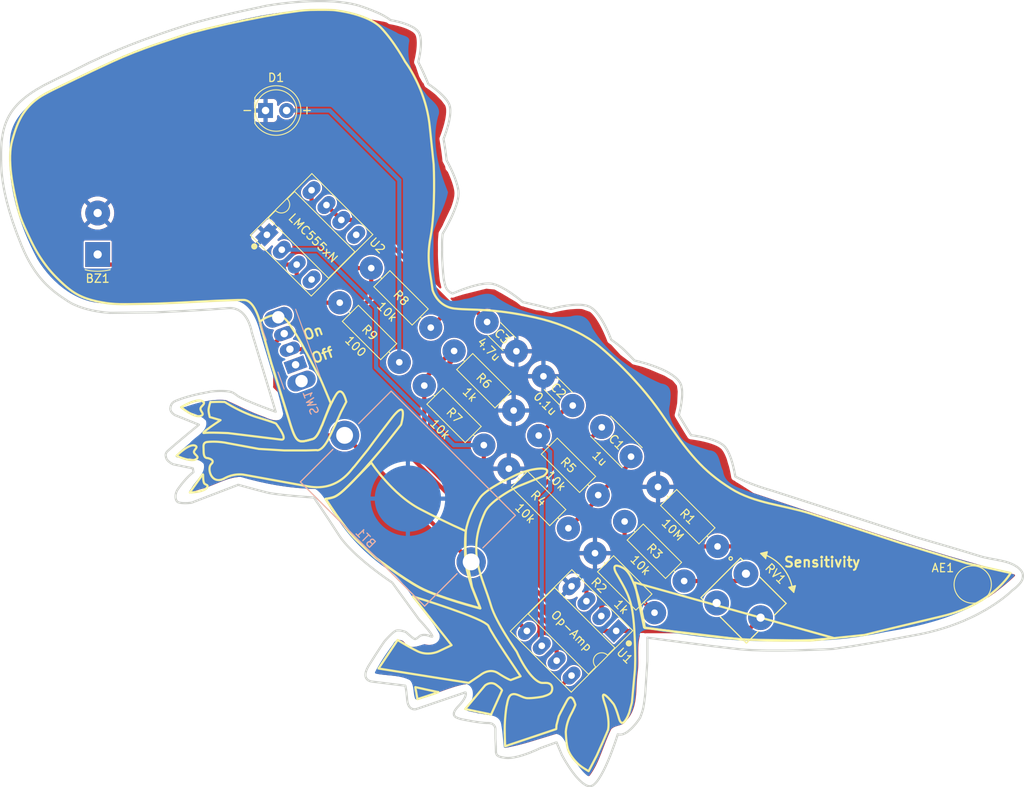
<source format=kicad_pcb>
(kicad_pcb (version 20240108) (generator "pcbnew") (generator_version "8.0")
  (title_block (title "Current Sensing Dino") (date "Feb 18th, 2025") (rev "V2.0") (company "University of Calgary") (comment 4 "Austin Nguyen"))
  (layers (0 "F.Cu" signal) (31 "B.Cu" signal) (34 "B.Paste" user) (35 "F.Paste" user) (36 "B.SilkS" user "B.Silkscreen") (37 "F.SilkS" user "F.Silkscreen") (38 "B.Mask" user) (39 "F.Mask" user) (44 "Edge.Cuts" user))
  (net 0 "")
  (net 1 "Net-(AE1-A)")
  (net 2 "GND")
  (net 3 "Net-(BT1-+)")
  (net 4 "Net-(BZ1-+)")
  (net 5 "Net-(C1-Pad1)")
  (net 6 "Net-(C1-Pad2)")
  (net 7 "Net-(U1B--)")
  (net 8 "Net-(U2-DIS)")
  (net 9 "Net-(D1-A)")
  (net 10 "Net-(U1A--)")
  (net 11 "Net-(R3-Pad2)")
  (net 12 "Net-(U1B-+)")
  (net 13 "Net-(U2-TR)")
  (net 14 "+3V0")
  (footprint "Resistor_THT:R_Axial_DIN0207_L6.3mm_D2.5mm_P10.16mm_Horizontal" (layer "F.Cu") (at 168.806245 118.006245 135)
    (property "Reference" "R1")
    (property "Value" "10M")
  )
  (footprint "Custom_Potentiometer:601030_AVX" (layer "F.Cu") (at 172.232233 121.296699 -135)
    (property "Reference" "RV1")
    (property "Value" "R_Potentiometer")
  )
  (footprint "TestPoint:TestPoint_Pad_D4.0mm" (layer "F.Cu") (at 199.6 122.6)
    (property "Reference" "AE1")
    (property "Value" "Antenna")
  )
  (footprint "Resistor_THT:R_Axial_DIN0207_L6.3mm_D2.5mm_P10.16mm_Horizontal" (layer "F.Cu") (at 157.593755 114.993755 -45)
    (property "Reference" "R3")
    (property "Value" "10k")
  )
  (footprint "Resistor_THT:R_Axial_DIN0207_L6.3mm_D2.5mm_P10.16mm_Horizontal" (layer "F.Cu") (at 137.015795 94.415795 -45)
    (property "Reference" "R6")
    (property "Value" "1k")
  )
  (footprint "Resistor_THT:R_Axial_DIN0207_L6.3mm_D2.5mm_P10.16mm_Horizontal" (layer "F.Cu") (at 154.015795 118.815795 -45)
    (property "Reference" "R2")
    (property "Value" "1k")
  )
  (footprint "Buzzer_Beeper:Buzzer_TDK_PS1240P02BT_D12.2mm_H6.5mm" (layer "F.Cu") (at 94 82.770785 90)
    (property "Reference" "BZ1")
    (property "Value" "Buzzer")
  )
  (footprint "Resistor_THT:R_Axial_DIN0207_L6.3mm_D2.5mm_P10.16mm_Horizontal" (layer "F.Cu") (at 154.406245 111.806245 135)
    (property "Reference" "R5")
    (property "Value" "10k")
  )
  (footprint "Capacitor_THT:C_Disc_D5.1mm_W3.2mm_P5.00mm" (layer "F.Cu") (at 154.832233 103.632233 -45)
    (property "Reference" "C1")
    (property "Value" "1u")
  )
  (footprint "Resistor_THT:R_Axial_DIN0207_L6.3mm_D2.5mm_P10.16mm_Horizontal" (layer "F.Cu") (at 150.806245 115.806245 135)
    (property "Reference" "R4")
    (property "Value" "10k")
  )
  (footprint "Resistor_THT:R_Axial_DIN0207_L6.3mm_D2.5mm_P10.16mm_Horizontal" (layer "F.Cu") (at 123.215795 88.593755 -45)
    (property "Reference" "R9")
    (property "Value" "100")
  )
  (footprint "Resistor_THT:R_Axial_DIN0207_L6.3mm_D2.5mm_P10.16mm_Horizontal" (layer "F.Cu") (at 133.415795 98.593755 -45)
    (property "Reference" "R7")
    (property "Value" "10k")
  )
  (footprint "Capacitor_THT:C_Disc_D4.3mm_W1.9mm_P5.00mm" (layer "F.Cu") (at 140.996878 90.917589 -45)
    (property "Reference" "C3")
    (property "Value" "4.7u")
  )
  (footprint "Resistor_THT:R_Axial_DIN0207_L6.3mm_D2.5mm_P10.16mm_Horizontal" (layer "F.Cu") (at 127.015795 84.415795 -45)
    (property "Reference" "R8")
    (property "Value" "10k")
  )
  (footprint "Capacitor_THT:C_Disc_D4.3mm_W1.9mm_P5.00mm" (layer "F.Cu") (at 147.796878 97.467589 -45)
    (property "Reference" "C2")
    (property "Value" "0.1u")
  )
  (footprint "LED_THT:LED_D5.0mm" (layer "F.Cu") (at 114.26 65.4)
    (property "Reference" "D1")
    (property "Value" "LED")
  )
  (footprint "Package_DIP:DIP-8_W7.62mm_Socket_LongPads" (layer "F.Cu") (at 156.574012 128.2 -135)
    (property "Reference" "U1")
    (property "Value" "Op-Amp")
  )
  (footprint "Package_DIP:DIP-8_W7.62mm_Socket_LongPads" (layer "F.Cu") (at 114.425988 80.4 45)
    (property "Reference" "U2")
    (property "Value" "LMC555xN")
  )
  (footprint "Button_Switch_THT:SW_Slide_SPDT_Angled_CK_OS102011MA1Q" (layer "B.Cu") (at 117.884042 96.079385 110)
    (property "Reference" "SW1")
    (property "Value" "SW_SPDT")
  )
  (footprint "Makerspace_Decals:Makerspace_Logo_20_MASKmm" (layer "B.Cu") (at 100.017522 75.882852 135)
    (property "Reference" "G***" (hide yes))
    (property "Value" "LOGO" (hide yes))
  )
  (footprint "Makerspace_Decals:Makerspace" (layer "B.Cu") (at 106.2 69.2 135)
    (property "Reference" "G***" (hide yes))
    (property "Value" "LOGO" (hide yes))
  )
  (footprint "Custom_Batteries:BK-913_MPD" (layer "B.Cu") (at 131.436753 112.236753 135)
    (property "Reference" "BT1")
    (property "Value" "Battery_Cell")
  )
  (gr_poly (pts (xy 105.6 105.8) (xy 105.678935 105.812247) (xy 105.75314 105.835852) (xy 105.822104 105.871554) (xy 105.854463 105.894174) (xy 105.885321 105.920095) (xy 105.885321 105.920111) (xy 105.900613 105.936184) (xy 105.9123 105.95289) (xy 105.92059 105.970202) (xy 105.925691 105.988093) (xy 105.927811 106.006536) (xy 105.927159 106.025506) (xy 105.923943 106.044975) (xy 105.91837 106.064917) (xy 105.91065 106.085306) (xy 105.900989 106.106114) (xy 105.889597 106.127315) (xy 105.876682 106.148883) (xy 105.847112 106.193013) (xy 105.813947 106.238291) (xy 105.743489 106.331439) (xy 105.709526 106.378885) (xy 105.678629 106.426628) (xy 105.66485 106.450544) (xy 105.652462 106.474456) (xy 105.641672 106.498335) (xy 105.63269 106.522156) (xy 105.625723 106.545892) (xy 105.620979 106.569516) (xy 105.618667 106.593002) (xy 105.618994 106.616323) (xy 105.622364 106.64183) (xy 105.628533 106.667005) (xy 105.63728 106.69186) (xy 105.648386 106.71641) (xy 105.66163 106.740668) (xy 105.676793 106.764646) (xy 105.693653 106.78836) (xy 105.711991 106.811821) (xy 105.752222 106.858042) (xy 105.795724 106.903416) (xy 105.885497 106.992054) (xy 105.928248 107.035533) (xy 105.967226 107.078594) (xy 105.984751 107.100002) (xy 106.000672 107.121346) (xy 106.01477 107.142639) (xy 106.026824 107.163895) (xy 106.036615 107.185128) (xy 106.043922 107.20635) (xy 106.048525 107.227575) (xy 106.050205 107.248817) (xy 106.048741 107.270089) (xy 106.043912 107.291404) (xy 106.0355 107.312777) (xy 106.023283 107.334219) (xy 105.975655 107.394717) (xy 105.919491 107.445929) (xy 105.855451 107.488337) (xy 105.784194 107.522424) (xy 105.706378 107.548673) (xy 105.622663 107.567568) (xy 105.533706 107.579591) (xy 105.440168 107.585226) (xy 105.342708 107.584956) (xy 105.241983 107.579263) (xy 105.033376 107.553543) (xy 104.81962 107.511931) (xy 104.605986 107.458292) (xy 104.397744 107.39649) (xy 104.200166 107.330389) (xy 103.858086 107.200752) (xy 103.53382 107.059942) (xy 103.608535 106.986811) (xy 103.810982 106.79903) (xy 103.949934 106.676963) (xy 104.108613 106.544016) (xy 104.28295 106.406115) (xy 104.468878 106.269188) (xy 104.662328 106.139162) (xy 104.760601 106.078589) (xy 104.85923 106.021964) (xy 104.957705 105.970028) (xy 105.055517 105.923521) (xy 105.152158 105.883186) (xy 105.24712 105.849762) (xy 105.339894 105.82399) (xy 105.429971 105.806612) (xy 105.516842 105.798368)) (stroke (width 0.264582) (color 26 26 26 1)) (fill none) (layer "F.SilkS"))
  (gr_poly (pts (xy 108.873547 100.560333) (xy 109.219842 100.570145) (xy 109.34062 100.576742) (xy 109.673695 100.781471) (xy 110.057065 101.003909) (xy 110.29334 101.135382) (xy 110.555678 101.27664) (xy 110.841331 101.424892) (xy 111.147552 101.577349) (xy 111.471592 101.731222) (xy 111.810703 101.88372) (xy 112.162138 102.032056) (xy 112.523149 102.173438) (xy 112.890988 102.305077) (xy 113.262907 102.424185) (xy 113.931223 102.627913) (xy 114.455317 102.793672) (xy 114.852176 102.924792) (xy 115.138788 103.024603) (xy 115.449213 103.143622) (xy 115.52249 103.177374) (xy 115.757641 103.49535) (xy 115.977387 103.818878) (xy 116.091163 104.000209) (xy 116.199298 104.186371) (xy 116.295609 104.3712) (xy 116.373913 104.548535) (xy 116.40438 104.632466) (xy 116.428027 104.712213) (xy 116.444081 104.787006) (xy 116.451769 104.856074) (xy 116.450318 104.918647) (xy 116.438956 104.973955) (xy 116.416909 105.021227) (xy 116.383405 105.059693) (xy 116.337671 105.088584) (xy 116.278934 105.107129) (xy 116.206422 105.114557) (xy 116.11936 105.110098) (xy 116.11936 105.110083) (xy 109.752737 104.328466) (xy 109.373476 104.312256) (xy 108.4986 104.284056) (xy 107.998544 104.275035) (xy 107.52247 104.274509) (xy 107.119672 104.286307) (xy 106.961156 104.298025) (xy 106.839445 104.31426) (xy 106.79764 104.318571) (xy 106.772796 104.313262) (xy 106.763887 104.298954) (xy 106.769889 104.276269) (xy 106.789776 104.245829) (xy 106.822522 104.208257) (xy 106.922493 104.114203) (xy 107.061601 103.99908) (xy 107.231643 103.867866) (xy 107.631722 103.577061) (xy 108.057114 103.281592) (xy 108.442205 103.021262) (xy 108.829016 102.765234) (xy 107.530264 102.391012) (xy 107.50659 102.299811) (xy 107.482472 102.200343) (xy 107.455032 102.077885) (xy 107.42792 101.942124) (xy 107.415627 101.872284) (xy 107.404785 101.802752) (xy 107.39585 101.73474) (xy 107.389277 101.669458) (xy 107.385524 101.608118) (xy 107.385046 101.551931) (xy 107.388803 101.487053) (xy 107.396636 101.416408) (xy 107.407951 101.34137) (xy 107.422151 101.263313) (xy 107.456821 101.103632) (xy 107.49588 100.948349) (xy 107.53456 100.808451) (xy 107.568091 100.694923) (xy 107.600638 100.590918) (xy 107.600638 100.590948) (xy 107.983887 100.572336) (xy 108.325793 100.562278) (xy 108.623349 100.5589)) (stroke (width 0.264582) (color 26 26 26 1)) (fill none) (layer "F.SilkS"))
  (gr_poly (pts (xy 133.427722 124.4711) (xy 134.846955 124.932742) (xy 136.48402 125.488977) (xy 138.137072 126.087846) (xy 138.906517 126.387031) (xy 139.604268 126.677389) (xy 140.205094 126.952426) (xy 140.683765 127.205646) (xy 141.01505 127.430555) (xy 141.117539 127.530363) (xy 141.17372 127.620657) (xy 141.273335 127.838529) (xy 141.437734 128.141919) (xy 141.921578 128.950292) (xy 142.546648 129.93586) (xy 143.234336 130.98871) (xy 144.483146 132.856595) (xy 145.03916 133.674627) (xy 143.845419 134.12937) (xy 143.845419 134.129415) (xy 143.761927 134.100551) (xy 143.653565 134.055976) (xy 143.49724 133.983757) (xy 143.290288 133.87823) (xy 143.030045 133.733734) (xy 142.713845 133.544605) (xy 142.53393 133.431534) (xy 142.339026 133.305182) (xy 142.237804 133.243318) (xy 142.136779 133.190639) (xy 142.03615 133.146673) (xy 141.936115 133.110945) (xy 141.836871 133.082981) (xy 141.738615 133.06231) (xy 141.641546 133.048455) (xy 141.545861 133.040945) (xy 141.451759 133.039305) (xy 141.359436 133.043062) (xy 141.269092 133.051742) (xy 141.180922 133.064872) (xy 141.095126 133.081978) (xy 141.0119 133.102586) (xy 140.931444 133.126224) (xy 140.853954 133.152416) (xy 140.779628 133.180691) (xy 140.708664 133.210573) (xy 140.64126 133.24159) (xy 140.577613 133.273268) (xy 140.462383 133.336712) (xy 140.364556 133.397117) (xy 140.285715 133.450694) (xy 140.227441 133.493654) (xy 140.178923 133.532568) (xy 138.786223 134.470495) (xy 127.90045 132.736731) (xy 130.202666 129.297613) (xy 130.387411 129.41441) (xy 130.891909 129.720392) (xy 131.24075 129.923511) (xy 131.641551 130.148946) (xy 132.084985 130.388371) (xy 132.561728 130.633459) (xy 132.684178 130.691055) (xy 132.806232 130.741505) (xy 132.927662 130.785158) (xy 133.048238 130.822363) (xy 133.167732 130.853469) (xy 133.285915 130.878824) (xy 133.402557 130.898777) (xy 133.51743 130.913677) (xy 133.630304 130.923871) (xy 133.740951 130.92971) (xy 133.849142 130.931542) (xy 133.954647 130.929715) (xy 134.057237 130.924578) (xy 134.156685 130.91648) (xy 134.25276 130.90577) (xy 134.345233 130.892796) (xy 134.51846 130.86145) (xy 134.674534 130.825234) (xy 134.811623 130.786936) (xy 134.927894 130.749346) (xy 135.021517 130.715253) (xy 135.090658 130.687448) (xy 135.148169 130.661856) (xy 136.711401 129.922873) (xy 132.050123 124.039434)) (stroke (width 0.264582) (color 26 26 26 1)) (fill none) (layer "F.SilkS"))
  (gr_poly (pts (xy 182.799368 129.047766) (xy 181.705826 129.167835) (xy 181.232767 129.214676) (xy 180.748025 129.258311) (xy 180.285696 129.293772) (xy 179.879874 129.316092) (xy 178.855146 129.3486) (xy 177.829815 129.367334) (xy 176.804147 129.372385) (xy 175.778406 129.36384) (xy 174.752859 129.34179) (xy 173.72777 129.306324) (xy 172.703405 129.257531) (xy 171.680029 129.195501) (xy 170.046932 129.059314) (xy 168.187514 128.864396) (xy 164.337197 128.393164) (xy 159.942992 127.788671) (xy 158.798849 122.358358)) (stroke (width 0.264582) (color 26 26 26 1)) (fill none) (layer "F.SilkS"))
  (gr_circle (center 158.1 129.7) (end 158.4 129.7) (stroke (width 0.15)) (fill solid) (layer "F.SilkS"))
  (gr_poly (pts (xy 174.607157 119.449914) (xy 174.807158 118.649914) (xy 174.007158 118.849914)) (stroke (width 0.15)) (fill solid) (layer "F.SilkS"))
  (gr_poly (pts (xy 106.70604 109.312656) (xy 106.71145 109.321129) (xy 106.715852 109.333763) (xy 106.719365 109.35034) (xy 106.724202 109.394454) (xy 106.726916 109.451728) (xy 106.729787 109.598797) (xy 106.731854 109.685108) (xy 106.735612 109.777616) (xy 106.742018 109.87458) (xy 106.752024 109.974257) (xy 106.766585 110.074908) (xy 106.775871 110.125054) (xy 106.786654 110.17479) (xy 106.799053 110.223899) (xy 106.813187 110.272163) (xy 106.829174 110.319365) (xy 106.847136 110.365286) (xy 106.855114 110.381765) (xy 106.864708 110.3973) (xy 106.875786 110.411955) (xy 106.888221 110.425793) (xy 106.901882 110.438876) (xy 106.91664 110.451268) (xy 106.932365 110.463032) (xy 106.948928 110.47423) (xy 106.984046 110.495185) (xy 107.02096 110.514635) (xy 107.096023 110.551043) (xy 107.132099 110.569009) (xy 107.165822 110.587489) (xy 107.196156 110.606987) (xy 107.209727 110.617276) (xy 107.222063 110.628009) (xy 107.233032 110.639249) (xy 107.242506 110.651059) (xy 107.250355 110.663501) (xy 107.256449 110.67664) (xy 107.260659 110.690538) (xy 107.262855 110.705258) (xy 107.262908 110.720864) (xy 107.260687 110.737417) (xy 107.241537 110.804824) (xy 107.212287 110.868092) (xy 107.17364 110.927351) (xy 107.126297 110.982734) (xy 107.070961 111.03437) (xy 107.008333 111.082393) (xy 106.939117 111.126931) (xy 106.864014 111.168117) (xy 106.783727 111.206082) (xy 106.698958 111.240956) (xy 106.518782 111.301958) (xy 106.329103 111.352173) (xy 106.13554 111.392649) (xy 105.943711 111.424434) (xy 105.759232 111.448579) (xy 105.434798 111.47814) (xy 105.121321 111.49172) (xy 106.659697 109.340322) (xy 106.671936 109.324726) (xy 106.68257 109.314379) (xy 106.691719 109.309063) (xy 106.699503 109.308562)) (stroke (width 0.264582) (color 26 26 26 1)) (fill none) (layer "F.SilkS"))
  (gr_poly (pts (xy 133.684413 135.280478) (xy 134.636563 135.485649) (xy 134.967417 135.553262) (xy 135.119742 135.578909) (xy 135.122487 135.581355) (xy 135.110068 135.588485) (xy 135.043688 135.615547) (xy 134.772454 135.71214) (xy 133.897577 136.005247) (xy 132.590147 136.431585) (xy 132.334349 134.982046)) (stroke (width 0.264582) (color 26 26 26 1)) (fill none) (layer "F.SilkS"))
  (gr_poly (pts (xy 141.528334 134.503638) (xy 141.586728 134.507287) (xy 141.646205 134.514725) (xy 141.70665 134.526248) (xy 141.767948 134.542153) (xy 141.829985 134.562737) (xy 141.892647 134.588296) (xy 141.955819 134.619127) (xy 142.019386 134.655526) (xy 142.083235 134.69779) (xy 142.203628 134.785077) (xy 142.309615 134.865828) (xy 142.402113 134.940167) (xy 142.482037 135.008219) (xy 142.550304 135.070109) (xy 142.607829 135.125962) (xy 142.655528 135.175903) (xy 142.694318 135.220056) (xy 142.725114 135.258548) (xy 142.748832 135.291502) (xy 142.766388 135.319043) (xy 142.778699 135.341297) (xy 142.791245 135.370441) (xy 142.793799 135.379934) (xy 141.486357 138.279043) (xy 138.3599 137.625326) (xy 140.747382 134.783087) (xy 140.776803 134.759605) (xy 140.812206 134.733812) (xy 140.860182 134.701816) (xy 140.919816 134.665989) (xy 140.990192 134.628704) (xy 141.029121 134.610257) (xy 141.070393 134.592335) (xy 141.113892 134.575236) (xy 141.159504 134.559256) (xy 141.207115 134.544691) (xy 141.256609 134.531838) (xy 141.307873 134.520994) (xy 141.360792 134.512455) (xy 141.415252 134.506518) (xy 141.471137 134.50348)) (stroke (width 0.264582) (color 26 26 26 1)) (fill none) (layer "F.SilkS"))
  (gr_arc (start 174.656745 119.064387) (mid 176.7 120.6) (end 177.805077 122.904734) (stroke (width 0.15)) (layer "F.SilkS"))
  (gr_circle (center 112.9 81.8) (end 113.2 81.8) (stroke (width 0.15)) (fill solid) (layer "F.SilkS"))
  (gr_poly (pts (xy 177.401984 122.940995) (xy 178.201985 122.740995) (xy 178.001985 123.540996)) (stroke (width 0.15)) (fill solid) (layer "F.SilkS"))
  (gr_poly (pts (xy 121.93724 53.260618) (xy 122.326216 53.274707) (xy 122.58063 53.291459) (xy 122.728126 53.307545) (xy 122.812949 53.324408) (xy 123.428472 53.416781) (xy 124.092956 53.546236) (xy 124.483779 53.635861) (xy 124.901996 53.743639) (xy 125.338866 53.870735) (xy 125.785644 54.018315) (xy 126.233588 54.187545) (xy 126.673955 54.379591) (xy 126.888565 54.484534) (xy 127.098001 54.595618) (xy 127.301172 54.712988) (xy 127.496983 54.836792) (xy 127.684343 54.967173) (xy 127.862158 55.104279) (xy 128.029335 55.248254) (xy 128.184782 55.399244) (xy 128.479956 55.717192) (xy 128.767552 56.049629) (xy 129.045988 56.391725) (xy 129.313683 56.738651) (xy 129.569054 57.085576) (xy 129.81052 57.427673) (xy 130.245405 58.078058) (xy 130.605681 58.65117) (xy 130.878691 59.108372) (xy 131.112288 59.520498) (xy 131.219482 59.666163) (xy 131.506204 60.088947) (xy 131.700547 60.397596) (xy 131.920161 60.767532) (xy 132.15851 61.196088) (xy 132.409059 61.680601) (xy 132.66527 62.218406) (xy 132.920606 62.806838) (xy 133.045904 63.119207) (xy 133.168531 63.443233) (xy 133.287672 63.778584) (xy 133.402509 64.124926) (xy 133.512225 64.481927) (xy 133.616003 64.849253) (xy 133.713025 65.226571) (xy 133.802476 65.613548) (xy 133.883537 66.009851) (xy 133.955391 66.415148) (xy 134.017222 66.829104) (xy 134.068213 67.251387) (xy 134.551398 71.912664) (xy 134.581152 72.822625) (xy 134.59786 73.826679) (xy 134.597582 75.078207) (xy 134.566661 76.488279) (xy 134.535442 77.224978) (xy 134.491441 77.967964) (xy 134.432951 78.70612) (xy 134.358265 79.42833) (xy 134.265677 80.123478) (xy 134.153479 80.780447) (xy 134.097187 81.095474) (xy 134.050538 81.406135) (xy 134.013017 81.71206) (xy 133.98411 82.01288) (xy 133.9633 82.308224) (xy 133.950074 82.597725) (xy 133.943914 82.881011) (xy 133.944308 83.157715) (xy 133.96269 83.689893) (xy 134.001099 84.191305) (xy 134.055414 84.658993) (xy 134.121512 85.090002) (xy 134.245917 85.856792) (xy 134.336015 86.473368) (xy 134.409293 87.033377) (xy 134.415892 87.056414) (xy 134.436772 87.121752) (xy 134.453074 87.168513) (xy 134.473556 87.223727) (xy 134.49842 87.286684) (xy 134.527869 87.356678) (xy 134.562105 87.433) (xy 134.601333 87.514943) (xy 134.645754 87.601798) (xy 134.695572 87.692859) (xy 134.75099 87.787417) (xy 134.812211 87.884764) (xy 134.879437 87.984194) (xy 134.915365 88.034468) (xy 134.952872 88.084997) (xy 135.032718 88.186467) (xy 135.119179 88.287895) (xy 135.212458 88.388574) (xy 135.312758 88.487795) (xy 135.420281 88.584852) (xy 135.53523 88.679035) (xy 135.65781 88.769638) (xy 135.788222 88.855953) (xy 135.926669 88.937272) (xy 135.99897 88.975836) (xy 136.073355 89.012886) (xy 136.149851 89.048333) (xy 136.228483 89.082089) (xy 136.309275 89.114064) (xy 136.392254 89.144171) (xy 136.477445 89.172322) (xy 136.564874 89.198427) (xy 136.654565 89.222398) (xy 136.746544 89.244147) (xy 136.840836 89.263585) (xy 136.937467 89.280624) (xy 137.036462 89.295175) (xy 137.137846 89.30715) (xy 137.54893 89.343943) (xy 137.964426 89.370994) (xy 138.826311 89.407528) (xy 139.758809 89.440067) (xy 140.797223 89.491922) (xy 141.367183 89.53238) (xy 141.976862 89.586409) (xy 142.630674 89.656924) (xy 143.333031 89.746839) (xy 144.088348 89.859069) (xy 144.901037 89.996527) (xy 145.775511 90.162128) (xy 146.716185 90.358786) (xy 147.660155 90.584445) (xy 148.541715 90.831754) (xy 149.361073 91.095716) (xy 150.118438 91.371336) (xy 150.814017 91.653618) (xy 151.448019 91.937564) (xy 152.020653 92.21818) (xy 152.532125 92.490469) (xy 153.372419 92.990081) (xy 153.970568 93.396432) (xy 154.447089 93.769476) (xy 155.186071 94.398765) (xy 156.011875 95.143909) (xy 156.510294 95.612011) (xy 157.054843 96.139193) (xy 157.637364 96.721998) (xy 158.249694 97.356971) (xy 158.883674 98.040656) (xy 159.531144 98.769598) (xy 160.183943 99.540342) (xy 160.83391 100.349431) (xy 161.472887 101.19341) (xy 161.785703 101.627403) (xy 162.092711 102.068823) (xy 163.239471 103.727054) (xy 164.276222 105.164197) (xy 164.76581 105.810339) (xy 165.242856 106.413783) (xy 165.712344 106.97872) (xy 166.179263 107.50934) (xy 166.648599 108.009836) (xy 167.125338 108.484398) (xy 167.614466 108.937218) (xy 168.12097 109.372487) (xy 168.649837 109.794395) (xy 169.206053 110.207134) (xy 169.794604 110.614896) (xy 170.420477 111.021872) (xy 170.959422 111.338944) (xy 171.513876 111.622447) (xy 172.08222 111.875896) (xy 172.662839 112.102803) (xy 173.254114 112.306683) (xy 173.854428 112.491051) (xy 174.462163 112.65942) (xy 175.075701 112.815306) (xy 177.555539 113.384288) (xy 178.788224 113.685243) (xy 179.397096 113.852136) (xy 179.998831 114.034658) (xy 190.884604 117.587454) (xy 198.871298 120.031774) (xy 204.174704 121.210104) (xy 204.074373 121.373633) (xy 203.94419 121.564884) (xy 203.756422 121.817429) (xy 203.50789 122.122495) (xy 203.195415 122.471309) (xy 202.815817 122.855097) (xy 202.599853 123.057365) (xy 202.365916 123.265087) (xy 202.113608 123.477166) (xy 201.842533 123.692505) (xy 201.552292 123.910009) (xy 201.242488 124.128579) (xy 200.912723 124.34712) (xy 200.562602 124.564535) (xy 200.191725 124.779727) (xy 199.799695 124.9916) (xy 199.386115 125.199057) (xy 198.950588 125.401002) (xy 198.492716 125.596337) (xy 198.012101 125.783966) (xy 197.508346 125.962793) (xy 196.981055 126.13172) (xy 196.429828 126.289652) (xy 195.854269 126.435492) (xy 188.840182 128.118675) (xy 186.528952 128.686438) (xy 179.977118 129.369757) (xy 171.777274 129.249166) (xy 160.040236 127.842337) (xy 159.869406 126.836195) (xy 159.658694 125.786248) (xy 159.522838 125.185143) (xy 159.366964 124.556364) (xy 159.191305 123.917223) (xy 158.996098 123.28503) (xy 158.781579 122.677095) (xy 158.547982 122.110731) (xy 158.295544 121.603246) (xy 158.162333 121.376994) (xy 158.0245 121.171953) (xy 157.882074 120.990288) (xy 157.735085 120.834162) (xy 157.583562 120.705739) (xy 157.427534 120.607183) (xy 157.276514 120.531076) (xy 157.139583 120.468091) (xy 157.016133 120.417525) (xy 156.905554 120.378678) (xy 156.807236 120.350846) (xy 156.72057 120.333328) (xy 156.644945 120.325421) (xy 156.579754 120.326424) (xy 156.524384 120.335634) (xy 156.478229 120.35235) (xy 156.440676 120.375869) (xy 156.411118 120.405489) (xy 156.388944 120.440508) (xy 156.373545 120.480224) (xy 156.364311 120.523934) (xy 156.360632 120.570938) (xy 156.3619 120.620533) (xy 156.367503 120.672015) (xy 156.389281 120.777839) (xy 156.421088 120.882792) (xy 156.458049 120.981257) (xy 156.527921 121.136259) (xy 156.559881 121.197912) (xy 156.72882 121.488424) (xy 156.869609 121.731655) (xy 156.98538 121.933615) (xy 157.349507 122.580727) (xy 157.514695 122.884311) (xy 157.668951 123.181018) (xy 157.812513 123.475677) (xy 157.945619 123.773119) (xy 158.068507 124.078171) (xy 158.181415 124.395662) (xy 158.284581 124.730423) (xy 158.378244 125.087281) (xy 158.462641 125.471066) (xy 158.538012 125.886607) (xy 158.604592 126.338733) (xy 158.662622 126.832273) (xy 158.712339 127.372056) (xy 158.753981 127.962912) (xy 158.815139 129.121669) (xy 158.851332 130.125925) (xy 158.867741 130.97568) (xy 158.869548 131.670935) (xy 158.85008 132.59794) (xy 158.83438 132.906942) (xy 158.472617 136.846075) (xy 158.151053 138.051947) (xy 158.115646 138.145605) (xy 158.018533 138.379161) (xy 157.951106 138.526173) (xy 157.873374 138.681488) (xy 157.787046 138.836214) (xy 157.693829 138.981461) (xy 157.59543 139.108336) (xy 157.544822 139.162107) (xy 157.493558 139.207951) (xy 157.441852 139.244757) (xy 157.389919 139.271414) (xy 157.33797 139.28681) (xy 157.286221 139.289833) (xy 157.234883 139.279374) (xy 157.184171 139.254319) (xy 157.134298 139.213558) (xy 157.085478 139.15598) (xy 157.037923 139.080473) (xy 156.991848 138.985926) (xy 156.947466 138.871227) (xy 156.90499 138.735266) (xy 156.824128 138.456768) (xy 156.747445 138.208049) (xy 156.675082 137.987479) (xy 156.607184 137.793428) (xy 156.543894 137.624267) (xy 156.485356 137.478365) (xy 156.383106 137.249823) (xy 156.301581 137.094762) (xy 156.241929 137.000147) (xy 156.192831 136.9401) (xy 155.927747 136.618135) (xy 155.804719 136.47786) (xy 155.671509 136.333271) (xy 155.534375 136.194165) (xy 155.399577 136.070343) (xy 155.273377 135.971604) (xy 155.215456 135.934702) (xy 155.162032 135.907746) (xy 155.113887 135.891961) (xy 155.071803 135.88857) (xy 155.036564 135.8988) (xy 155.00895 135.923875) (xy 154.989746 135.96502) (xy 154.979733 136.023459) (xy 154.979694 136.100419) (xy 154.990411 136.197123) (xy 155.012667 136.314796) (xy 155.047244 136.454664) (xy 155.094925 136.617952) (xy 155.156493 136.805883) (xy 155.282233 137.19619) (xy 155.385674 137.564196) (xy 155.468771 137.909504) (xy 155.533484 138.231717) (xy 155.581769 138.530437) (xy 155.615584 138.805267) (xy 155.636887 139.055809) (xy 155.647637 139.281666) (xy 155.649789 139.48244) (xy 155.645304 139.657733) (xy 155.624246 139.93029) (xy 155.588606 140.152151) (xy 155.02587 141.458502) (xy 154.22196 143.257238) (xy 153.247229 145.126333) (xy 153.099756 145.03915) (xy 152.940805 144.942139) (xy 152.747616 144.820154) (xy 152.537116 144.681173) (xy 152.430663 144.607802) (xy 152.326231 144.533175) (xy 152.225935 144.458287) (xy 152.131891 144.384138) (xy 152.046215 144.311723) (xy 151.971022 144.242041) (xy 151.794915 144.064129) (xy 151.708544 143.972678) (xy 151.623619 143.879541) (xy 151.540381 143.784702) (xy 151.459071 143.688142) (xy 151.379934 143.589845) (xy 151.30321 143.489794) (xy 151.229141 143.387971) (xy 151.157971 143.28436) (xy 151.08994 143.178944) (xy 151.025292 143.071705) (xy 150.964268 142.962626) (xy 150.907111 142.851691) (xy 150.854063 142.738882) (xy 150.805365 142.624182) (xy 150.755962 142.484929) (xy 150.712003 142.329599) (xy 150.673177 142.161651) (xy 150.639173 141.984543) (xy 150.609679 141.801731) (xy 150.584384 141.616675) (xy 150.545144 141.25366) (xy 150.518962 140.92316) (xy 150.503345 140.65284) (xy 150.493841 140.403387) (xy 150.496629 140.356911) (xy 150.508601 140.225648) (xy 150.519725 140.132048) (xy 150.535177 140.021844) (xy 150.555633 139.896567) (xy 150.581771 139.757748) (xy 150.614269 139.606917) (xy 150.653802 139.445605) (xy 150.701049 139.275344) (xy 150.756686 139.097664) (xy 150.821391 138.914096) (xy 150.89584 138.726171) (xy 150.936931 138.631053) (xy 150.980711 138.53542) (xy 151.027267 138.439464) (xy 151.076681 138.343374) (xy 151.257088 137.995984) (xy 151.395101 137.717835) (xy 151.496373 137.501864) (xy 151.566557 137.341003) (xy 151.611305 137.228189) (xy 151.63627 137.156355) (xy 151.649458 137.107367) (xy 151.631363 137.039282) (xy 151.578175 136.869807) (xy 151.538937 136.76335) (xy 151.491544 136.651108) (xy 151.436202 136.539603) (xy 151.373118 136.435354) (xy 151.338736 136.387989) (xy 151.302497 136.344884) (xy 151.264424 136.306853) (xy 151.224545 136.274712) (xy 151.182884 136.249276) (xy 151.139469 136.23136) (xy 151.094323 136.22178) (xy 151.047474 136.221349) (xy 150.998947 136.230884) (xy 150.948767 136.2512) (xy 150.896961 136.283111) (xy 150.843553 136.327433) (xy 150.788571 136.384981) (xy 150.73204 136.45657) (xy 150.673985 136.543016) (xy 150.614432 136.645132) (xy 150.192383 137.428467) (xy 149.890916 138.005493) (xy 149.649741 138.484076) (xy 149.368384 139.579397) (xy 149.338286 140.041647) (xy 143.178343 142.1117) (xy 143.144768 141.169571) (xy 143.126452 140.345247) (xy 143.123811 139.947826) (xy 143.128142 139.599493) (xy 143.135022 139.395551) (xy 143.144539 139.19169) (xy 143.156544 138.987933) (xy 143.17089 138.784306) (xy 143.206015 138.377537) (xy 143.248732 137.971579) (xy 143.275943 137.745368) (xy 143.308917 137.500021) (xy 143.325782 137.388597) (xy 143.341945 137.294499) (xy 143.356694 137.225098) (xy 143.363315 137.201963) (xy 143.369314 137.187765) (xy 143.375744 137.167421) (xy 143.383998 137.126948) (xy 143.407482 136.996002) (xy 143.442779 136.815711) (xy 143.4658 136.713556) (xy 143.492903 136.606859) (xy 143.524466 136.498218) (xy 143.560865 136.39023) (xy 143.602477 136.285493) (xy 143.649678 136.186606) (xy 143.675493 136.140168) (xy 143.702845 136.096166) (xy 143.731784 136.054926) (xy 143.762355 136.016772) (xy 143.794606 135.982028) (xy 143.828583 135.95102) (xy 143.864335 135.924073) (xy 143.901907 135.90151) (xy 143.957054 135.875513) (xy 144.012817 135.855034) (xy 144.06917 135.839772) (xy 144.126086 135.829426) (xy 144.18354 135.823695) (xy 144.241505 135.822278) (xy 144.299954 135.824873) (xy 144.358861 135.831181) (xy 144.4182 135.840899) (xy 144.477944 135.853728) (xy 144.598541 135.88751) (xy 144.720442 135.93012) (xy 144.843435 135.979149) (xy 145.091851 136.086833) (xy 145.216852 136.140672) (xy 145.3421 136.191298) (xy 145.467383 136.236303) (xy 145.59249 136.27328) (xy 145.654911 136.288004) (xy 145.717209 136.299819) (xy 145.779358 136.308422) (xy 145.84133 136.313513) (xy 145.967425 136.317091) (xy 146.104379 136.315703) (xy 146.400784 136.30044) (xy 146.710382 136.272548) (xy 147.013012 136.236853) (xy 147.288512 136.198179) (xy 147.516719 136.161352) (xy 147.677472 136.131197) (xy 147.750609 136.112539) (xy 147.800887 136.095229) (xy 147.897683 136.065817) (xy 148.027783 136.024213) (xy 148.101192 135.998812) (xy 148.177971 135.970329) (xy 148.256468 135.938754) (xy 148.335032 135.904075) (xy 148.41201 135.866281) (xy 148.485751 135.825361) (xy 148.554602 135.781303) (xy 148.586678 135.758094) (xy 148.616912 135.734097) (xy 148.645097 135.709309) (xy 148.671028 135.683731) (xy 148.694498 135.657359) (xy 148.7153 135.630194) (xy 148.741366 135.590203) (xy 148.764924 135.548005) (xy 148.785927 135.503872) (xy 148.80433 135.458071) (xy 148.820088 135.410872) (xy 148.833153 135.362546) (xy 148.843481 135.31336) (xy 148.851026 135.263586) (xy 148.855742 135.213492) (xy 148.857583 135.163347) (xy 148.856504 135.113422) (xy 148.852458 135.063986) (xy 148.845401 135.015308) (xy 148.835286 134.967657) (xy 148.822068 134.921303) (xy 148.805701 134.876516) (xy 148.790913 134.842191) (xy 148.775166 134.80948) (xy 148.758241 134.778341) (xy 148.739919 134.748729) (xy 148.719981 134.720603) (xy 148.698208 134.693918) (xy 148.686565 134.681103) (xy 148.674381 134.668631) (xy 148.661629 134.656499) (xy 148.648281 134.644699) (xy 148.634311 134.633227) (xy 148.61969 134.622078) (xy 148.604391 134.611246) (xy 148.588388 134.600725) (xy 148.571652 134.59051) (xy 148.554156 134.580596) (xy 148.535873 134.570977) (xy 148.516775 134.561649) (xy 148.476027 134.543839) (xy 148.431693 134.527123) (xy 148.383553 134.511458) (xy 148.331389 134.496801) (xy 148.285493 134.487026) (xy 148.235231 134.480123) (xy 148.18124 134.475646) (xy 148.124155 134.473146) (xy 148.003242 134.472287) (xy 147.877574 134.473965) (xy 147.752235 134.474598) (xy 147.691276 134.473403) (xy 147.632305 134.470604) (xy 147.575958 134.465752) (xy 147.522869 134.458401) (xy 147.473673 134.448102) (xy 147.429007 134.434408) (xy 147.2912 134.375943) (xy 147.154112 134.303004) (xy 147.017984 134.216662) (xy 146.883055 134.117989) (xy 146.749566 134.008055) (xy 146.617754 133.887931) (xy 146.360126 133.621397) (xy 146.112089 133.326955) (xy 145.87556 133.013169) (xy 145.652457 132.688609) (xy 145.444697 132.361841) (xy 145.254198 132.041432) (xy 145.082877 131.735949) (xy 144.805442 131.204029) (xy 144.565085 130.696249) (xy 144.165615 130.115154) (xy 143.743539 129.476689) (xy 143.241912 128.684416) (xy 142.977363 128.248914) (xy 142.712242 127.796936) (xy 142.452987 127.335807) (xy 142.206036 126.872852) (xy 141.977828 126.415397) (xy 141.774801 125.970767) (xy 141.603394 125.546287) (xy 141.53156 125.343892) (xy 141.470045 125.149282) (xy 141.261256 124.479815) (xy 141.039589 123.825644) (xy 140.587351 122.545909) (xy 140.371647 121.911707) (xy 140.172796 121.275523) (xy 139.998233 120.633038) (xy 139.85539 119.979931) (xy 139.7517 119.311884) (xy 139.71686 118.970908) (xy 139.694595 118.624577) (xy 139.685836 118.272351) (xy 139.69151 117.913691) (xy 139.712548 117.548055) (xy 139.749877 117.174906) (xy 139.804428 116.793701) (xy 139.877129 116.403903) (xy 139.96891 116.004969) (xy 140.0807 115.596362) (xy 140.213427 115.17754) (xy 140.368021 114.747965) (xy 140.545412 114.307095) (xy 140.746527 113.854391) (xy 140.820268 113.711445) (xy 140.907956 113.568517) (xy 141.008522 113.425904) (xy 141.120899 113.283902) (xy 141.244019 113.142808) (xy 141.376813 113.002918) (xy 141.667151 112.727935) (xy 141.983368 112.461325) (xy 142.316919 112.205459) (xy 142.659259 111.962707) (xy 143.001843 111.735441) (xy 143.336125 111.526033) (xy 143.653561 111.336852) (xy 144.203712 111.02866) (xy 144.725867 110.759344) (xy 147.750265 109.53153) (xy 147.7608 109.530624) (xy 147.777098 109.524107) (xy 147.824141 109.495767) (xy 147.885705 109.449557) (xy 147.9561 109.388522) (xy 148.029639 109.315711) (xy 148.100632 109.23417) (xy 148.133395 109.191077) (xy 148.163389 109.146945) (xy 148.189902 109.102153) (xy 148.212223 109.057083) (xy 148.229641 109.012116) (xy 148.241444 108.967632) (xy 148.246922 108.924012) (xy 148.245364 108.881637) (xy 148.236057 108.840888) (xy 148.218292 108.802145) (xy 148.191357 108.765791) (xy 148.154541 108.732204) (xy 148.107133 108.701767) (xy 148.048421 108.67486) (xy 147.977695 108.651864) (xy 147.894243 108.63316) (xy 147.797355 108.619128) (xy 147.686319 108.61015) (xy 147.560424 108.606606) (xy 147.418959 108.608877) (xy 147.174198 108.624154) (xy 146.926284 108.651731) (xy 146.677395 108.690042) (xy 146.429709 108.737524) (xy 146.185403 108.79261) (xy 145.946656 108.853737) (xy 145.494548 108.987854) (xy 145.090808 109.127356) (xy 144.752857 109.259725) (xy 144.498119 109.372443) (xy 144.344015 109.452993) (xy 143.689899 109.772672) (xy 143.110011 110.059927) (xy 142.442273 110.412657) (xy 142.094377 110.609011) (xy 141.747216 110.816258) (xy 141.408357 111.032572) (xy 141.085366 111.256129) (xy 140.78581 111.485102) (xy 140.517254 111.717667) (xy 140.396966 111.834726) (xy 140.287264 111.951998) (xy 140.189096 112.069255) (xy 140.103407 112.18627) (xy 139.950106 112.416804) (xy 139.80642 112.641645) (xy 139.67187 112.861564) (xy 139.545976 113.07733) (xy 139.428259 113.289715) (xy 139.318238 113.499487) (xy 139.215433 113.707417) (xy 139.119366 113.914276) (xy 139.029556 114.120833) (xy 138.945523 114.327859) (xy 138.866788 114.536123) (xy 138.792871 114.746395) (xy 138.723293 114.959447) (xy 138.657572 115.176048) (xy 138.535788 115.622976) (xy 138.494508 115.798083) (xy 138.459085 115.974303) (xy 138.429083 116.151527) (xy 138.40407 116.329645) (xy 138.38361 116.508548) (xy 138.367268 116.688126) (xy 138.345204 117.048868) (xy 138.334401 117.410997) (xy 138.331384 117.773636) (xy 138.334807 118.496939) (xy 138.33763 118.75664) (xy 138.344237 119.016525) (xy 138.355202 119.276366) (xy 138.371104 119.535936) (xy 138.392516 119.795011) (xy 138.420017 120.053362) (xy 138.454183 120.310765) (xy 138.495589 120.566992) (xy 138.565143 120.90096) (xy 138.659546 121.278539) (xy 138.76828 121.672561) (xy 138.880828 122.055861) (xy 139.075299 122.681628) (xy 139.15882 122.938513) (xy 140.163702 125.490927) (xy 139.337814 125.268282) (xy 138.444645 125.015059) (xy 137.355053 124.689531) (xy 136.161833 124.308421) (xy 134.957779 123.888451) (xy 134.380688 123.669118) (xy 133.835687 123.446341) (xy 133.334374 123.22221) (xy 132.88835 122.998815) (xy 132.464444 122.763232) (xy 132.025641 122.504656) (xy 131.126662 121.939605) (xy 130.238046 121.34582) (xy 129.406427 120.765459) (xy 128.100707 119.813643) (xy 127.582564 119.421423) (xy 127.241218 119.113364) (xy 126.434486 118.373835) (xy 125.958462 117.928821) (xy 125.488326 117.479804) (xy 125.064823 117.061404) (xy 124.883291 116.874505) (xy 124.728697 116.708242) (xy 124.439871 116.374707) (xy 124.140212 116.007021) (xy 123.843379 115.627558) (xy 123.563032 115.258694) (xy 122.879713 114.336706) (xy 122.791276 114.214004) (xy 122.620642 113.965533) (xy 122.14866 113.266512) (xy 121.492972 112.286749) (xy 121.620077 112.266881) (xy 121.757672 112.242903) (xy 121.925708 112.210321) (xy 122.109993 112.169708) (xy 122.203795 112.146567) (xy 122.296337 112.121632) (xy 122.385847 112.094974) (xy 122.470549 112.066665) (xy 122.54867 112.036775) (xy 122.618437 112.005377) (xy 122.730861 111.94683) (xy 122.840693 111.883907) (xy 122.94811 111.816958) (xy 123.053293 111.746332) (xy 123.156418 111.672378) (xy 123.257666 111.595446) (xy 123.357214 111.515885) (xy 123.455241 111.434046) (xy 123.647449 111.264928) (xy 123.835717 111.090889) (xy 124.206152 110.739233) (xy 124.528942 110.425864) (xy 124.87482 110.074748) (xy 125.611608 109.291268) (xy 126.36804 108.452779) (xy 127.095641 107.623262) (xy 128.270448 106.247086) (xy 128.748228 105.674612) (xy 130.617316 103.303091) (xy 130.663079 103.130314) (xy 130.744804 102.761099) (xy 130.784985 102.537084) (xy 130.817157 102.305068) (xy 130.835651 102.078754) (xy 130.834803 101.871845) (xy 130.825354 101.77995) (xy 130.808944 101.698044) (xy 130.784866 101.62784) (xy 130.752409 101.571053) (xy 130.710867 101.529393) (xy 130.659531 101.504575) (xy 130.597692 101.498311) (xy 130.524642 101.512313) (xy 130.439673 101.548295) (xy 130.342076 101.60797) (xy 130.231144 101.693051) (xy 130.106167 101.80525) (xy 129.966438 101.946279) (xy 129.811248 102.117853) (xy 129.639888 102.321684) (xy 129.451651 102.559484) (xy 128.176818 104.225726) (xy 127.29516 105.397736) (xy 126.61788 106.317739) (xy 124.949774 108.387793) (xy 124.880917 108.453321) (xy 124.781103 108.572116) (xy 124.483386 108.9333) (xy 124.282874 109.157586) (xy 124.046188 109.398933) (xy 123.772024 109.648287) (xy 123.62048 109.773139) (xy 123.459077 109.896599) (xy 123.287653 110.017535) (xy 123.106043 110.134815) (xy 122.914086 110.247309) (xy 122.711618 110.353885) (xy 122.498476 110.453412) (xy 122.274498 110.544757) (xy 122.039519 110.62679) (xy 121.793377 110.698378) (xy 121.53591 110.758392) (xy 121.266953 110.805698) (xy 120.986345 110.839166) (xy 120.693921 110.857664) (xy 120.389519 110.860061) (xy 120.072976 110.845225) (xy 119.744129 110.812025) (xy 119.402815 110.759329) (xy 111.544623 109.332388) (xy 111.495568 109.325961) (xy 111.356695 109.3143) (xy 111.257465 109.31008) (xy 111.140444 109.308837) (xy 111.007189 109.312001) (xy 110.859254 109.321001) (xy 110.698194 109.337265) (xy 110.525564 109.362223) (xy 110.435396 109.378408) (xy 110.342919 109.397303) (xy 110.248326 109.419085) (xy 110.151813 109.443934) (xy 110.053573 109.472027) (xy 109.953801 109.503544) (xy 109.852692 109.538663) (xy 109.75044 109.577563) (xy 109.647238 109.620422) (xy 109.543282 109.667419) (xy 109.438766 109.718733) (xy 109.333884 109.774542) (xy 109.185549 109.849747) (xy 109.043327 109.908339) (xy 108.907237 109.951147) (xy 108.777297 109.979003) (xy 108.653523 109.992738) (xy 108.535934 109.993183) (xy 108.424547 109.981169) (xy 108.31938 109.957527) (xy 108.220451 109.923088) (xy 108.127777 109.878682) (xy 108.041377 109.825141) (xy 107.961267 109.763296) (xy 107.887466 109.693978) (xy 107.819992 109.618017) (xy 107.758861 109.536246) (xy 107.704092 109.449493) (xy 107.655703 109.358592) (xy 107.613711 109.264372) (xy 107.578133 109.167665) (xy 107.548989 109.069301) (xy 107.526294 108.970112) (xy 107.510068 108.870929) (xy 107.500327 108.772582) (xy 107.49709 108.675903) (xy 107.500374 108.581722) (xy 107.510196 108.49087) (xy 107.526576 108.404179) (xy 107.549529 108.32248) (xy 107.579075 108.246603) (xy 107.615231 108.177379) (xy 107.658014 108.11564) (xy 107.707442 108.062216) (xy 107.755738 108.014178) (xy 107.795422 107.968024) (xy 107.826958 107.923731) (xy 107.850811 107.881275) (xy 107.867444 107.840632) (xy 107.877323 107.801779) (xy 107.880911 107.764692) (xy 107.878672 107.729349) (xy 107.871071 107.695725) (xy 107.858571 107.663796) (xy 107.841638 107.633539) (xy 107.820735 107.604932) (xy 107.796327 107.577949) (xy 107.768877 107.552568) (xy 107.73885 107.528764) (xy 107.70671 107.506515) (xy 107.637949 107.466587) (xy 107.566307 107.432593) (xy 107.495498 107.404346) (xy 107.429235 107.381658) (xy 107.325205 107.352202) (xy 107.283926 107.342718) (xy 107.239711 107.341077) (xy 107.198217 107.336588) (xy 107.159355 107.329341) (xy 107.12304 107.319425) (xy 107.089184 107.306929) (xy 107.057698 107.291943) (xy 107.028497 107.274557) (xy 107.001493 107.254859) (xy 106.976597 107.232938) (xy 106.953724 107.208885) (xy 106.932785 107.182789) (xy 106.913694 107.154739) (xy 106.896362 107.124824) (xy 106.880703 107.093134) (xy 106.866629 107.059758) (xy 106.854053 107.024786) (xy 106.842887 106.988307) (xy 106.833045 106.95041) (xy 106.824438 106.911185) (xy 106.81698 106.870721) (xy 106.810583 106.829107) (xy 106.80516 106.786433) (xy 106.796885 106.698263) (xy 106.791458 106.606924) (xy 106.788179 106.513133) (xy 106.785269 106.321051) (xy 106.774126 106.004517) (xy 106.773863 105.928582) (xy 106.777032 105.85515) (xy 106.784842 105.784834) (xy 106.790867 105.751036) (xy 106.798506 105.718246) (xy 106.807911 105.686542) (xy 106.819234 105.655999) (xy 106.832625 105.626694) (xy 106.848236 105.598704) (xy 106.866218 105.572105) (xy 106.886724 105.546974) (xy 106.909903 105.523387) (xy 106.935908 105.501421) (xy 106.96489 105.481152) (xy 106.997 105.462658) (xy 107.03239 105.446013) (xy 107.071211 105.431295) (xy 107.113614 105.418581) (xy 107.159751 105.407947) (xy 107.209772 105.399469) (xy 107.26383 105.393225) (xy 107.509281 105.374935) (xy 107.747431 105.364652) (xy 107.977102 105.361434) (xy 108.197116 105.364339) (xy 108.406297 105.372426) (xy 108.603466 105.384752) (xy 108.95706 105.418352) (xy 109.248477 105.457605) (xy 109.468295 105.494973) (xy 109.655455 105.533911) (xy 113.453917 106.237326) (xy 116.488661 106.418203) (xy 119.181746 106.418203) (xy 120.407706 106.377996) (xy 120.438009 106.387182) (xy 120.475005 106.393099) (xy 120.498707 106.394767) (xy 120.525779 106.394954) (xy 120.556149 106.393199) (xy 120.589743 106.389037) (xy 120.626486 106.382004) (xy 120.666306 106.371638) (xy 120.709129 106.357474) (xy 120.754881 106.339048) (xy 120.803489 106.315897) (xy 120.854879 106.287558) (xy 120.908977 106.253566) (xy 120.96571 106.213457) (xy 121.025005 106.166769) (xy 121.086787 106.113037) (xy 121.150983 106.051798) (xy 121.21752 105.982589) (xy 121.286323 105.904944) (xy 121.35732 105.818402) (xy 121.430437 105.722497) (xy 121.505599 105.616767) (xy 121.582734 105.500748) (xy 121.661768 105.373975) (xy 121.742627 105.235986) (xy 121.825238 105.086317) (xy 121.909527 104.924503) (xy 121.995421 104.750082) (xy 122.598979 103.474511) (xy 123.025428 102.549389) (xy 123.362067 101.795721) (xy 124.005194 100.549673) (xy 123.983801 100.461471) (xy 123.920722 100.239729) (xy 123.874064 100.098873) (xy 123.817604 99.948744) (xy 123.751546 99.797378) (xy 123.676096 99.652813) (xy 123.634914 99.585592) (xy 123.591462 99.523086) (xy 123.545764 99.466298) (xy 123.497847 99.416233) (xy 123.447738 99.373897) (xy 123.39546 99.340293) (xy 123.341041 99.316427) (xy 123.284506 99.303302) (xy 123.225881 99.301924) (xy 123.16519 99.313297) (xy 123.102462 99.338426) (xy 123.03772 99.378316) (xy 122.970991 99.433971) (xy 122.902301 99.506395) (xy 122.831675 99.596594) (xy 122.759138 99.705572) (xy 122.611012 99.955756) (xy 122.461561 100.227991) (xy 122.164689 100.817534) (xy 121.880535 101.432043) (xy 121.62111 102.02936) (xy 121.224495 103.003784) (xy 121.070936 103.40354) (xy 121.063064 103.410741) (xy 121.053142 103.4257) (xy 121.02725 103.476927) (xy 120.951967 103.650907) (xy 120.84667 103.894128) (xy 120.78326 104.031907) (xy 120.712941 104.17524) (xy 120.635909 104.320206) (xy 120.552363 104.462889) (xy 120.462501 104.599368) (xy 120.415263 104.664057) (xy 120.36652 104.725725) (xy 120.316297 104.783883) (xy 120.264618 104.838041) (xy 120.211509 104.887708) (xy 120.156994 104.932396) (xy 120.101097 104.971614) (xy 120.043844 105.004872) (xy 119.985259 105.031681) (xy 119.925368 105.05155) (xy 119.338198 105.208307) (xy 119.091517 105.266138) (xy 118.978444 105.28814) (xy 118.87166 105.304856) (xy 118.770747 105.315779) (xy 118.67529 105.3204) (xy 118.584872 105.318214) (xy 118.499075 105.308711) (xy 118.417482 105.291385) (xy 118.339677 105.265727) (xy 118.265244 105.23123) (xy 118.193764 105.187388) (xy 118.124822 105.133691) (xy 118.058 105.069632) (xy 117.992881 104.994705) (xy 117.929049 104.9084) (xy 117.866087 104.810211) (xy 117.803578 104.699631) (xy 117.741105 104.576151) (xy 117.678252 104.439264) (xy 117.6146 104.288462) (xy 117.549735 104.123238) (xy 117.414692 103.747493) (xy 117.26979 103.307969) (xy 117.111693 102.800604) (xy 115.704857 98.27862) (xy 114.961241 95.927191) (xy 113.69509 91.385122) (xy 113.666563 91.251735) (xy 113.578851 90.899908) (xy 113.511802 90.664734) (xy 113.428759 90.402138) (xy 113.329322 90.121182) (xy 113.213091 89.830927) (xy 113.079667 89.540437) (xy 112.928651 89.258773) (xy 112.846421 89.124083) (xy 112.759643 88.994998) (xy 112.668268 88.872652) (xy 112.572244 88.758175) (xy 112.471523 88.652703) (xy 112.366054 88.557366) (xy 112.255787 88.473299) (xy 112.140673 88.401634) (xy 112.020662 88.343503) (xy 111.895703 88.30004) (xy 111.765747 88.272378) (xy 111.630743 88.261648) (xy 110.95538 88.265736) (xy 110.087667 88.289016) (xy 108.123354 88.36882) (xy 105.716315 88.491064) (xy 103.463445 88.605553) (xy 101.491748 88.687691) (xy 100.540865 88.717201) (xy 99.707114 88.732229) (xy 97.322508 88.772503) (xy 96.726989 88.766072) (xy 96.133015 88.74196) (xy 95.83681 88.721543) (xy 95.541233 88.694628) (xy 95.246365 88.660524) (xy 94.952288 88.618536) (xy 94.523671 88.546814) (xy 94.095149 88.464771) (xy 93.668551 88.370235) (xy 93.245709 88.261036) (xy 93.036269 88.200259) (xy 92.828454 88.135002) (xy 92.622493 88.064993) (xy 92.418615 87.989961) (xy 92.217049 87.909635) (xy 92.018024 87.823743) (xy 91.821769 87.732014) (xy 91.628512 87.634176) (xy 91.437301 87.529107) (xy 91.24984 87.417696) (xy 91.065945 87.300373) (xy 90.885433 87.177568) (xy 90.708121 87.049712) (xy 90.533826 86.917234) (xy 90.362365 86.780563) (xy 90.193554 86.640131) (xy 89.863151 86.3497) (xy 89.541153 86.049381) (xy 89.226094 85.742613) (xy 88.91651 85.432837) (xy 88.662338 85.168176) (xy 88.41608 84.895808) (xy 88.177432 84.616406) (xy 87.946087 84.330645) (xy 87.721739 84.039197) (xy 87.504082 83.742736) (xy 87.29281 83.441936) (xy 87.087618 83.137472) (xy 86.878292 82.810386) (xy 86.677916 82.47765) (xy 86.485559 82.139995) (xy 86.300289 81.798156) (xy 86.121175 81.452863) (xy 85.947285 81.10485) (xy 85.611449 80.403593) (xy 85.278286 79.6854) (xy 85.113428 79.31747) (xy 84.954874 78.948596) (xy 84.806489 78.582486) (xy 84.67214 78.222849) (xy 84.555691 77.873392) (xy 84.505387 77.703641) (xy 84.461008 77.537825) (xy 84.193226 76.439511) (xy 83.943902 75.313865) (xy 83.728426 74.17853) (xy 83.638191 73.612743) (xy 83.562189 73.051149) (xy 83.502344 72.495955) (xy 83.46058 71.949366) (xy 83.43882 71.413587) (xy 83.438989 70.890824) (xy 83.463009 70.383281) (xy 83.512806 69.893166) (xy 83.590301 69.422682) (xy 83.69742 68.974035) (xy 83.952976 68.112391) (xy 84.093629 67.691474) (xy 84.247371 67.277734) (xy 84.417578 66.8716) (xy 84.607628 66.473503) (xy 84.8209 66.083872) (xy 85.060771 65.703137) (xy 85.330618 65.331729) (xy 85.63382 64.970076) (xy 85.973755 64.618609) (xy 86.158552 64.44683) (xy 86.353799 64.277759) (xy 86.559918 64.111449) (xy 86.777332 63.947954) (xy 87.006461 63.787328) (xy 87.24773 63.629624) (xy 87.501559 63.474897) (xy 87.768371 63.3232) (xy 88.048589 63.174587) (xy 88.342634 63.029112) (xy 91.39847 61.555728) (xy 93.427663 60.589238) (xy 95.805258 59.480139) (xy 97.089184 58.914105) (xy 98.365441 58.394963) (xy 99.603778 57.924513) (xy 100.773943 57.504555) (xy 104.167853 56.36566) (xy 105.467678 55.973744) (xy 107.292097 55.505885) (xy 109.470241 55.000721) (xy 111.831244 54.496888) (xy 114.204237 54.033023) (xy 116.418353 53.647763) (xy 118.302725 53.379746) (xy 119.06786 53.301776) (xy 119.686484 53.267607) (xy 120.645019 53.253739) (xy 121.386056 53.252519)) (stroke (width 0.264582) (color 26 26 26 1)) (fill none) (layer "F.SilkS"))
  (gr_poly (pts (xy 127.131607 108.056478) (xy 127.466212 108.518789) (xy 127.709188 108.837754) (xy 127.999254 109.203567) (xy 128.333891 109.607459) (xy 128.71058 110.040661) (xy 129.126802 110.494404) (xy 129.580036 110.95992) (xy 130.067765 111.428439) (xy 130.587468 111.891193) (xy 130.858523 112.117667) (xy 131.136627 112.339412) (xy 131.421465 112.555331) (xy 131.712722 112.764328) (xy 132.010084 112.965308) (xy 132.313234 113.157173) (xy 132.62186 113.338828) (xy 132.935644 113.509176) (xy 134.140032 114.126066) (xy 135.216421 114.661847) (xy 136.94503 115.488676) (xy 138.424338 116.153524) (xy 138.393413 117.691441) (xy 138.390393 118.109379) (xy 138.396607 118.503781) (xy 138.41573 118.856187) (xy 138.431281 119.010873) (xy 138.451437 119.148138) (xy 138.86975 121.331533) (xy 139.180815 122.908712) (xy 140.185698 125.461126) (xy 139.359809 125.238482) (xy 138.466641 124.985258) (xy 137.377049 124.659731) (xy 136.183829 124.278621) (xy 134.979775 123.85865) (xy 134.402684 123.639318) (xy 133.857682 123.416541) (xy 133.35637 123.19241) (xy 132.910345 122.969015) (xy 132.486439 122.733432) (xy 132.047636 122.474856) (xy 131.148658 121.909805) (xy 130.260042 121.31602) (xy 129.428422 120.735659) (xy 128.122702 119.783843) (xy 127.604559 119.391623) (xy 127.263213 119.083564) (xy 126.456481 118.344034) (xy 125.980457 117.899021) (xy 125.510322 117.450004) (xy 125.086818 117.031604) (xy 124.905287 116.844704) (xy 124.750693 116.678442) (xy 124.461867 116.344907) (xy 124.162208 115.97722) (xy 123.865375 115.597758) (xy 123.585028 115.228893) (xy 122.901709 114.306906) (xy 122.813272 114.184203) (xy 122.642638 113.935732) (xy 122.170656 113.236711) (xy 121.514967 112.256948) (xy 121.642073 112.237081) (xy 121.779668 112.213102) (xy 121.947704 112.180521) (xy 122.131989 112.139907) (xy 122.225791 112.116767) (xy 122.318333 112.091832) (xy 122.407842 112.065174) (xy 122.492544 112.036865) (xy 122.570666 112.006975) (xy 122.640433 111.975576) (xy 122.752857 111.91703) (xy 122.862688 111.854107) (xy 122.970106 111.787158) (xy 123.075288 111.716531) (xy 123.178414 111.642577) (xy 123.279661 111.565645) (xy 123.37921 111.486085) (xy 123.477237 111.404245) (xy 123.669444 111.235128) (xy 123.857712 111.061089) (xy 124.228148 110.709433) (xy 127.015593 107.886785)) (stroke (width 0.264582) (color 26 26 26 1)) (fill none) (layer "F.SilkS"))
  (gr_poly (pts (xy 115.603555 90.111623) (xy 115.746637 90.129139) (xy 115.890173 90.159172) (xy 116.033661 90.202721) (xy 116.176598 90.260786) (xy 116.318481 90.334366) (xy 116.458807 90.42446) (xy 116.597075 90.532067) (xy 116.732781 90.658187) (xy 116.865423 90.803819) (xy 116.994498 90.969961) (xy 117.245814 91.327426) (xy 117.490397 91.690268) (xy 117.954128 92.416388) (xy 118.375226 93.116927) (xy 118.743227 93.760492) (xy 119.278079 94.751129) (xy 119.474966 95.137152) (xy 120.062012 96.26576) (xy 120.479559 97.048657) (xy 120.627096 97.311626) (xy 120.674024 97.3881) (xy 120.698668 97.41918) (xy 120.719411 97.446919) (xy 120.755318 97.513948) (xy 120.863516 97.743201) (xy 121.16169 98.423779) (xy 121.575102 99.403555) (xy 122.120802 100.709936) (xy 121.075468 103.402197) (xy 121.067596 103.409398) (xy 121.057674 103.424357) (xy 121.031782 103.475584) (xy 120.956499 103.649564) (xy 120.851201 103.892786) (xy 120.787792 104.030564) (xy 120.717472 104.173897) (xy 120.640441 104.318864) (xy 120.556895 104.461546) (xy 120.467033 104.598025) (xy 120.419795 104.662714) (xy 120.371052 104.724382) (xy 120.320829 104.78254) (xy 120.26915 104.836698) (xy 120.216041 104.886365) (xy 120.161526 104.931053) (xy 120.105629 104.970271) (xy 120.048376 105.003529) (xy 119.989791 105.030338) (xy 119.9299 105.050207) (xy 119.34273 105.206964) (xy 119.096049 105.264795) (xy 118.982976 105.286797) (xy 118.876191 105.303513) (xy 118.775279 105.314436) (xy 118.679822 105.319058) (xy 118.589404 105.316871) (xy 118.503606 105.307368) (xy 118.422014 105.290042) (xy 118.344209 105.264384) (xy 118.269776 105.229888) (xy 118.198296 105.186045) (xy 118.129353 105.132348) (xy 118.062531 105.068289) (xy 117.997413 104.993362) (xy 117.933581 104.907057) (xy 117.870619 104.808869) (xy 117.80811 104.698288) (xy 117.745637 104.574808) (xy 117.682783 104.437921) (xy 117.619132 104.287119) (xy 117.554266 104.121895) (xy 117.419224 103.746151) (xy 117.274322 103.306626) (xy 117.116225 102.799261) (xy 115.709389 98.277277) (xy 114.965773 95.925848) (xy 113.699622 91.38378) (xy 113.587988 90.870764) (xy 113.678745 90.797706) (xy 113.786159 90.718375) (xy 113.92957 90.621167) (xy 114.104955 90.514075) (xy 114.308293 90.405094) (xy 114.419189 90.352393) (xy 114.535565 90.302217) (xy 114.656918 90.255566) (xy 114.782748 90.213438) (xy 114.912549 90.176833) (xy 115.045821 90.14675) (xy 115.18206 90.124189) (xy 115.320764 90.110147) (xy 115.46143 90.105626)) (stroke (width 0.264582) (color 26 26 26 1)) (fill none) (layer "F.SilkS"))
  (gr_poly (pts (xy 106.332565 100.396694) (xy 106.426866 100.408746) (xy 106.51526 100.429796) (xy 106.59706 100.460467) (xy 106.671578 100.501379) (xy 106.738124 100.553155) (xy 106.796011 100.616415) (xy 106.796004 100.616415) (xy 106.810394 100.637839) (xy 106.82082 100.659423) (xy 106.827506 100.681168) (xy 106.830678 100.703074) (xy 106.830559 100.725143) (xy 106.827376 100.747374) (xy 106.821353 100.769769) (xy 106.812714 100.792328) (xy 106.801684 100.815053) (xy 106.788489 100.837944) (xy 106.773352 100.861001) (xy 106.7565 100.884227) (xy 106.718546 100.931183) (xy 106.676425 100.978819) (xy 106.586878 101.076155) (xy 106.543049 101.125867) (xy 106.502247 101.176284) (xy 106.483544 101.201759) (xy 106.466271 101.227412) (xy 106.450655 101.253244) (xy 106.436921 101.279257) (xy 106.425291 101.30545) (xy 106.415993 101.331825) (xy 106.40925 101.358382) (xy 106.405287 101.385122) (xy 106.404323 101.409804) (xy 106.405866 101.434766) (xy 106.409715 101.459973) (xy 106.41567 101.485391) (xy 106.423533 101.510985) (xy 106.433103 101.536719) (xy 106.444181 101.562561) (xy 106.456566 101.588474) (xy 106.48446 101.640377) (xy 106.515187 101.692152) (xy 106.578747 101.794205) (xy 106.608383 101.843928) (xy 106.634458 101.892413) (xy 106.645661 101.916104) (xy 106.655375 101.939382) (xy 106.663399 101.962211) (xy 106.669534 101.984557) (xy 106.67358 102.006386) (xy 106.675338 102.027662) (xy 106.674607 102.048351) (xy 106.671187 102.068418) (xy 106.66488 102.087829) (xy 106.655485 102.106548) (xy 106.642802 102.124542) (xy 106.626631 102.141775) (xy 106.560863 102.193806) (xy 106.488427 102.23375) (xy 106.4099 102.262293) (xy 106.325853 102.280118) (xy 106.236863 102.287909) (xy 106.143502 102.286351) (xy 106.046345 102.276129) (xy 105.945966 102.257926) (xy 105.842939 102.232427) (xy 105.737839 102.200316) (xy 105.523713 102.118995) (xy 105.308182 102.019437) (xy 105.095838 101.907118) (xy 104.891275 101.787511) (xy 104.699085 101.66609) (xy 104.370197 101.439706) (xy 104.062994 101.206045) (xy 104.410036 101.010101) (xy 104.582301 100.920598) (xy 104.777753 100.824831) (xy 104.990885 100.727771) (xy 105.216191 100.634392) (xy 105.448162 100.549663) (xy 105.681292 100.478558) (xy 105.796571 100.449667) (xy 105.910075 100.426047) (xy 106.021114 100.408318) (xy 106.129001 100.397102) (xy 106.233048 100.39302)) (stroke (width 0.264582) (color 26 26 26 1)) (fill none) (layer "F.SilkS"))
  (gr_poly (pts (xy 121.4 52.2) (xy 122.36149 52.239394) (xy 123.309325 52.319922) (xy 124.227932 52.447622) (xy 124.67141 52.531048) (xy 125.101741 52.628531) (xy 125.51698 52.740824) (xy 125.91518 52.868684) (xy 126.520335 53.085974) (xy 127.065235 53.294411) (xy 127.554801 53.496303) (xy 127.993953 53.693958) (xy 128.38761 53.889682) (xy 128.740691 54.085783) (xy 129.058117 54.284568) (xy 129.344807 54.488344) (xy 129.780036 54.570842) (xy 130.240277 54.677144) (xy 130.506614 54.747485) (xy 130.787785 54.82964) (xy 131.076806 54.923873) (xy 131.366695 55.03045) (xy 131.650468 55.149635) (xy 131.921144 55.281693) (xy 132.049387 55.352632) (xy 132.171738 55.426889) (xy 132.287322 55.504497) (xy 132.395268 55.585488) (xy 132.494702 55.669897) (xy 132.584751 55.757756) (xy 132.664543 55.849098) (xy 132.733204 55.943956) (xy 132.733212 55.943986) (xy 132.790694 56.04296) (xy 132.840619 56.150479) (xy 132.883362 56.265779) (xy 132.919299 56.388093) (xy 132.972258 56.650694) (xy 133.002506 56.93215) (xy 133.013049 57.22633) (xy 133.006896 57.527102) (xy 132.987054 57.828332) (xy 132.956531 58.123888) (xy 132.918334 58.40764) (xy 132.875472 58.673453) (xy 132.787782 59.126737) (xy 132.688755 59.548234) (xy 132.848452 59.86536) (xy 133.006542 60.188523) (xy 133.162641 60.516685) (xy 133.316366 60.848806) (xy 133.467332 61.183846) (xy 133.615156 61.520767) (xy 133.759452 61.858529) (xy 133.899838 62.196092) (xy 134.2508 62.437488) (xy 134.618164 62.709425) (xy 134.829008 62.874509) (xy 135.050035 63.055691) (xy 135.275298 63.250488) (xy 135.498853 63.456415) (xy 135.714756 63.670989) (xy 135.91706 63.891726) (xy 136.011254 64.003628) (xy 136.09982 64.11614) (xy 136.182014 64.228951) (xy 136.257093 64.341749) (xy 136.324313 64.454226) (xy 136.382932 64.566069) (xy 136.432207 64.676969) (xy 136.471394 64.786615) (xy 136.505045 64.913027) (xy 136.530165 65.047031) (xy 136.547241 65.187864) (xy 136.556765 65.334767) (xy 136.555109 65.643736) (xy 136.529115 65.96785) (xy 136.482696 66.301021) (xy 136.41977 66.63716) (xy 136.344252 66.97018) (xy 136.260059 67.293992) (xy 136.081306 67.889643) (xy 135.914841 68.375408) (xy 135.744076 68.822465) (xy 135.844218 69.426692) (xy 135.940764 70.049622) (xy 135.986307 70.370998) (xy 136.029296 70.700525) (xy 136.069176 71.039365) (xy 136.105396 71.388673) (xy 136.335708 71.820541) (xy 136.571249 72.293492) (xy 136.703847 72.574714) (xy 136.840513 72.878335) (xy 136.976886 73.198782) (xy 137.108603 73.530481) (xy 137.231301 73.867858) (xy 137.340618 74.20534) (xy 137.432192 74.537353) (xy 137.501659 74.858323) (xy 137.52674 75.012926) (xy 137.544659 75.162677) (xy 137.55487 75.306881) (xy 137.556828 75.444841) (xy 137.530291 75.784353) (xy 137.465667 76.149307) (xy 137.368448 76.533171) (xy 137.244123 76.929411) (xy 137.098186 77.331495) (xy 136.936128 77.732889) (xy 136.763441 78.127061) (xy 136.585615 78.507477) (xy 136.236518 79.200912) (xy 135.932769 79.76093) (xy 135.637051 80.271661) (xy 135.619983 80.427343) (xy 135.604688 80.584489) (xy 135.591025 80.747713) (xy 135.578854 80.921625) (xy 135.578816 80.921625) (xy 135.569412 81.110712) (xy 135.564334 81.301479) (xy 135.562506 81.492974) (xy 135.562855 81.684244) (xy 135.565782 82.062293) (xy 135.566212 82.247167) (xy 135.564518 82.428003) (xy 135.562331 82.682668) (xy 135.564292 82.917117) (xy 135.56991 83.138067) (xy 135.578693 83.352235) (xy 135.60378 83.787102) (xy 135.635616 84.275461) (xy 135.675827 84.83164) (xy 135.700258 85.11317) (xy 135.727009 85.38211) (xy 135.755658 85.627297) (xy 135.785784 85.837568) (xy 135.816963 86.001761) (xy 135.832816 86.06309) (xy 135.848774 86.108713) (xy 135.86112 86.147453) (xy 135.872774 86.200799) (xy 135.900349 86.34416) (xy 135.919439 86.4306) (xy 135.944177 86.524499) (xy 135.976148 86.624068) (xy 136.016937 86.727521) (xy 136.041134 86.780146) (xy 136.068129 86.833071) (xy 136.098121 86.886074) (xy 136.131308 86.938931) (xy 136.167889 86.991418) (xy 136.20806 87.043313) (xy 136.252021 87.094392) (xy 136.299969 87.144432) (xy 136.352102 87.193208) (xy 136.40862 87.240499) (xy 136.469719 87.28608) (xy 136.535597 87.329728) (xy 136.606454 87.371219) (xy 136.682487 87.410332) (xy 136.763893 87.446841) (xy 136.850872 87.480524) (xy 137.358286 87.263399) (xy 137.911997 87.045654) (xy 138.240359 86.925136) (xy 138.594107 86.802818) (xy 138.966529 86.68317) (xy 139.350912 86.570664) (xy 139.740542 86.469772) (xy 140.128708 86.384966) (xy 140.508695 86.320716) (xy 140.693524 86.297698) (xy 140.873791 86.281496) (xy 141.048658 86.27267) (xy 141.217284 86.271777) (xy 141.378831 86.279377) (xy 141.532459 86.296029) (xy 141.671058 86.320695) (xy 141.81427 86.355298) (xy 142.11217 86.451505) (xy 142.421429 86.579027) (xy 142.737319 86.732239) (xy 143.055112 86.905516) (xy 143.370079 87.093234) (xy 143.677491 87.289768) (xy 143.972619 87.489494) (xy 144.507112 87.876023) (xy 144.935729 88.207824) (xy 145.324017 88.527261) (xy 146.070345 88.685538) (xy 146.922129 88.879457) (xy 147.369637 88.987474) (xy 147.821992 89.101632) (xy 148.272024 89.221006) (xy 148.712559 89.344675) (xy 149.250497 89.206426) (xy 149.83135 89.079779) (xy 150.173039 89.015539) (xy 150.53873 88.955818) (xy 150.920791 88.904462) (xy 151.311591 88.865318) (xy 151.703501 88.842234) (xy 152.088888 88.839057) (xy 152.276752 88.846135) (xy 152.460123 88.859632) (xy 152.638048 88.88003) (xy 152.809574 88.907808) (xy 152.973746 88.943449) (xy 153.12961 88.987432) (xy 153.276213 89.040239) (xy 153.412602 89.10235) (xy 153.542971 89.176563) (xy 153.671783 89.264519) (xy 153.798868 89.365162) (xy 153.924058 89.477438) (xy 154.047182 89.600289) (xy 154.168072 89.73266) (xy 154.402472 90.02174) (xy 154.625902 90.336231) (xy 154.837009 90.667687) (xy 155.034439 91.007662) (xy 155.216836 91.347709) (xy 155.382847 91.679383) (xy 155.531117 91.994236) (xy 155.769018 92.539699) (xy 155.97234 93.057153) (xy 156.216229 93.229477) (xy 156.45402 93.402682) (xy 156.683096 93.575072) (xy 156.900839 93.744949) (xy 157.104631 93.910616) (xy 157.291854 94.070378) (xy 157.45989 94.222537) (xy 157.606121 94.365396) (xy 158.227039 94.998494) (xy 158.793362 95.571466) (xy 159.501786 95.742861) (xy 160.250012 95.955215) (xy 160.682581 96.092505) (xy 161.138865 96.250327) (xy 161.607421 96.428524) (xy 162.076807 96.626938) (xy 162.535582 96.845412) (xy 162.972304 97.083788) (xy 163.178818 97.21039) (xy 163.375529 97.341908) (xy 163.561005 97.478323) (xy 163.733817 97.619616) (xy 163.892533 97.765766) (xy 164.035724 97.916753) (xy 164.16196 98.072559) (xy 164.26981 98.233163) (xy 164.328854 98.343085) (xy 164.379619 98.462041) (xy 164.422523 98.589212) (xy 164.457988 98.723775) (xy 164.508278 99.011795) (xy 164.533849 99.319529) (xy 164.538062 99.640406) (xy 164.524278 99.967854) (xy 164.495857 100.295304) (xy 164.45616 100.616184) (xy 164.35638 101.211948) (xy 164.251822 101.702579) (xy 164.135914 102.158166) (xy 164.814995 103.29491) (xy 165.188954 103.909539) (xy 165.395285 104.237784) (xy 165.618611 104.583551) (xy 166.098735 104.649112) (xy 166.612029 104.736699) (xy 166.911651 104.795838) (xy 167.230271 104.865835) (xy 167.56065 104.947157) (xy 167.895551 105.040276) (xy 168.227735 105.14566) (xy 168.549965 105.26378) (xy 168.855 105.395106) (xy 168.998809 105.465867) (xy 169.135604 105.540106) (xy 169.264482 105.617881) (xy 169.384538 105.699251) (xy 169.494866 105.784274) (xy 169.594563 105.87301) (xy 169.681738 105.963846) (xy 169.765791 106.064836) (xy 169.92462 106.293856) (xy 170.071238 106.55323) (xy 170.20583 106.836118) (xy 170.328583 107.135681) (xy 170.439683 107.445079) (xy 170.539318 107.757472) (xy 170.627672 108.06602) (xy 170.771289 108.644225) (xy 170.872026 109.124974) (xy 170.950825 109.575235) (xy 171.316701 109.762299) (xy 171.690356 109.940297) (xy 172.06746 110.108814) (xy 172.443681 110.267435) (xy 173.176157 110.553337) (xy 173.85314 110.794687) (xy 174.439987 110.988172) (xy 174.902056 111.130478) (xy 175.313282 111.2483) (xy 187.30753 115.113748) (xy 192.793049 116.904352) (xy 195.675875 117.740489) (xy 198.194557 118.48451) (xy 200.467106 119.17814) (xy 200.77832 119.268062) (xy 201.09828 119.346675) (xy 201.756164 119.481022) (xy 202.424218 119.603278) (xy 203.085901 119.735536) (xy 203.409185 119.812321) (xy 203.724673 119.899892) (xy 204.030298 120.001012) (xy 204.323992 120.118441) (xy 204.603687 120.254942) (xy 204.867317 120.413278) (xy 204.992461 120.501496) (xy 205.112813 120.596208) (xy 205.228115 120.69776) (xy 205.338108 120.806497) (xy 205.371033 120.842113) (xy 205.40186 120.877678) (xy 205.430639 120.913196) (xy 205.457422 120.948667) (xy 205.482258 120.984094) (xy 205.505197 121.019479) (xy 205.526291 121.054823) (xy 205.545589 121.090129) (xy 205.563142 121.125398) (xy 205.579 121.160633) (xy 205.605833 121.231005) (xy 205.626493 121.301261) (xy 205.64138 121.371415) (xy 205.6509 121.441484) (xy 205.655454 121.511483) (xy 205.655446 121.581426) (xy 205.651279 121.651328) (xy 205.643355 121.721206) (xy 205.632079 121.791074) (xy 205.617852 121.860947) (xy 205.601078 121.930841) (xy 205.583757 121.988371) (xy 205.561265 122.046808) (xy 205.533979 122.105972) (xy 205.502272 122.165685) (xy 205.466521 122.225766) (xy 205.4271 122.286036) (xy 205.338749 122.40643) (xy 205.240221 122.525432) (xy 205.134517 122.641607) (xy 205.024637 122.753524) (xy 204.913582 122.859746) (xy 204.804354 122.958842) (xy 204.699953 123.049377) (xy 204.517637 123.199028) (xy 204.342976 123.332513) (xy 204.166497 123.501236) (xy 203.945758 123.698359) (xy 203.636559 123.958407) (xy 203.238806 124.27219) (xy 202.752405 124.630524) (xy 202.177263 125.024218) (xy 201.513283 125.444087) (xy 201.14795 125.660966) (xy 200.760372 125.880943) (xy 200.350539 126.10287) (xy 199.918437 126.325599) (xy 199.464055 126.54798) (xy 198.987381 126.768865) (xy 198.488404 126.987107) (xy 197.967112 127.201557) (xy 197.423492 127.411066) (xy 196.857534 127.614485) (xy 196.269225 127.810667) (xy 195.658554 127.998463) (xy 195.025508 128.176724) (xy 194.370077 128.344302) (xy 193.692247 128.500049) (xy 192.992008 128.642816) (xy 188.182851 129.525247) (xy 185.001763 130.053281) (xy 182.703099 130.376581) (xy 181.475605 130.436979) (xy 178.489475 130.54001) (xy 176.663336 130.570872) (xy 174.789234 130.568425) (xy 172.997736 130.518012) (xy 172.173765 130.470238) (xy 171.419407 130.404977) (xy 168.080666 130.019505) (xy 164.448815 129.559421) (xy 160.334667 129.012292) (xy 160.334667 131.854532) (xy 160.078869 135.805246) (xy 160.056818 136.007197) (xy 159.997565 136.496553) (xy 159.957222 136.794398) (xy 159.911461 137.098564) (xy 159.861574 137.387207) (xy 159.835489 137.518881) (xy 159.808857 137.638482) (xy 159.77026 137.782855) (xy 159.720389 137.945895) (xy 159.664305 138.115916) (xy 159.60707 138.28123) (xy 159.467831 138.661691) (xy 159.40155 138.763777) (xy 159.216493 139.029678) (xy 159.085887 139.205142) (xy 158.933343 139.398861) (xy 158.761445 139.603267) (xy 158.57278 139.810794) (xy 158.369931 140.013875) (xy 158.155485 140.204944) (xy 158.044721 140.293609) (xy 157.932026 140.376433) (xy 157.817725 140.452472) (xy 157.70214 140.520777) (xy 157.585595 140.580405) (xy 157.468412 140.630409) (xy 157.350914 140.669843) (xy 157.233426 140.697761) (xy 157.116269 140.713218) (xy 156.999768 140.715268) (xy 156.884245 140.702965) (xy 156.770024 140.675363) (xy 156.770024 140.675439) (xy 156.433389 141.689115) (xy 156.057815 142.723046) (xy 155.831403 143.303778) (xy 155.584266 143.901115) (xy 155.320171 144.495625) (xy 155.042887 145.067879) (xy 154.756182 145.598446) (xy 154.463825 146.067896) (xy 154.316704 146.27363) (xy 154.169583 146.456798) (xy 154.022934 146.614972) (xy 153.877226 146.745723) (xy 153.732931 146.846621) (xy 153.590521 146.915239) (xy 153.450465 146.949147) (xy 153.313236 146.945917) (xy 153.176468 146.913859) (xy 153.037756 146.863741) (xy 152.897514 146.796812) (xy 152.756153 146.714324) (xy 152.614085 146.617528) (xy 152.471723 146.507676) (xy 152.329479 146.386018) (xy 152.187765 146.253805) (xy 151.907575 145.962723) (xy 151.63445 145.644437) (xy 151.371689 145.308959) (xy 151.122587 144.966297) (xy 150.890444 144.626461) (xy 150.678555 144.299461) (xy 150.32873 143.724006) (xy 150.017216 143.16755) (xy 149.374088 141.64013) (xy 147.364315 142.363641) (xy 146.891427 142.584206) (xy 146.375906 142.803578) (xy 146.070422 142.924106) (xy 145.741523 143.045602) (xy 145.395506 143.163373) (xy 145.038671 143.272724) (xy 144.677317 143.36896) (xy 144.317743 143.447387) (xy 143.966248 143.50331) (xy 143.795499 143.521366) (xy 143.629131 143.532035) (xy 143.467933 143.534732) (xy 143.312691 143.528868) (xy 143.164194 143.513858) (xy 143.023228 143.489114) (xy 142.7017 143.428392) (xy 142.62009 143.40996) (xy 142.540083 143.387864) (xy 142.462725 143.360921) (xy 142.425368 143.345262) (xy 142.389065 143.327949) (xy 142.353948 143.308833) (xy 142.320149 143.287767) (xy 142.287797 143.264602) (xy 142.257024 143.239191) (xy 142.227961 143.211387) (xy 142.200738 143.181042) (xy 142.175487 143.148007) (xy 142.152338 143.112135) (xy 142.131422 143.073279) (xy 142.112871 143.03129) (xy 142.096814 142.986021) (xy 142.083383 142.937324) (xy 142.072709 142.885051) (xy 142.064923 142.829055) (xy 142.060155 142.769187) (xy 142.058537 142.705301) (xy 142.055946 142.436849) (xy 142.049114 142.166748) (xy 142.028385 141.667762) (xy 141.998234 141.157785) (xy 141.998234 140.052408) (xy 141.997935 140.019718) (xy 141.995231 139.982246) (xy 141.988753 139.933706) (xy 141.976947 139.876357) (xy 141.958261 139.81246) (xy 141.945852 139.778764) (xy 141.93114 139.744278) (xy 141.913931 139.709286) (xy 141.894032 139.67407) (xy 141.871247 139.638913) (xy 141.845382 139.604097) (xy 141.816244 139.569906) (xy 141.783639 139.536622) (xy 141.747371 139.504527) (xy 141.707247 139.473904) (xy 141.663073 139.445036) (xy 141.614654 139.418205) (xy 141.561797 139.393694) (xy 141.504307 139.371785) (xy 141.44199 139.352762) (xy 141.374652 139.336906) (xy 141.302099 139.324501) (xy 141.224136 139.315829) (xy 141.140569 139.311173) (xy 141.051205 139.310815) (xy 140.851366 139.308494) (xy 140.624791 139.295034) (xy 140.113304 139.240927) (xy 139.560487 139.160956) (xy 139.010088 139.067581) (xy 138.09152 138.890466) (xy 137.707562 138.809274) (xy 137.66616 138.787217) (xy 137.603952 138.763718) (xy 137.438317 138.705361) (xy 137.34549 138.666988) (xy 137.253057 138.620142) (xy 137.208644 138.592993) (xy 137.166318 138.563066) (xy 137.12674 138.530143) (xy 137.090573 138.494003) (xy 137.058481 138.454426) (xy 137.031124 138.411194) (xy 137.009166 138.364086) (xy 136.993269 138.312882) (xy 136.984096 138.257364) (xy 136.982309 138.19731) (xy 136.988572 138.132503) (xy 137.003545 138.062721) (xy 137.027893 137.987745) (xy 137.062276 137.907356) (xy 137.107359 137.821334) (xy 137.163803 137.729459) (xy 137.232272 137.631511) (xy 137.313426 137.527271) (xy 137.40793 137.416519) (xy 137.516445 137.299035) (xy 137.728852 137.068304) (xy 137.906729 136.857541) (xy 138.052952 136.666045) (xy 138.170393 136.493115) (xy 138.261925 136.338049) (xy 138.330423 136.200147) (xy 138.378759 136.078707) (xy 138.409808 135.973028) (xy 138.426443 135.882407) (xy 138.431537 135.806145) (xy 138.427963 135.74354) (xy 138.418596 135.69389) (xy 138.406308 135.656494) (xy 138.393973 135.630651) (xy 138.380657 135.610818) (xy 132.431736 137.640695) (xy 132.390049 137.649174) (xy 132.341915 137.655533) (xy 132.27912 137.659537) (xy 132.204314 137.65836) (xy 132.163234 137.654945) (xy 132.120145 137.649175) (xy 132.075378 137.640697) (xy 132.029264 137.629156) (xy 131.982135 137.614201) (xy 131.934321 137.595477) (xy 131.886153 137.572632) (xy 131.837964 137.545312) (xy 131.790084 137.513164) (xy 131.742844 137.475834) (xy 131.696575 137.432969) (xy 131.651609 137.384217) (xy 131.608277 137.329223) (xy 131.56691 137.267634) (xy 131.52784 137.199098) (xy 131.491397 137.12326) (xy 131.457912 137.039768) (xy 131.427718 136.948268) (xy 131.401144 136.848407) (xy 131.378523 136.739832) (xy 131.360185 136.62219) (xy 131.346462 136.495126) (xy 131.302343 136.018672) (xy 131.261048 135.637838) (xy 131.223522 135.342733) (xy 131.190705 135.123464) (xy 131.163541 134.97014) (xy 131.142972 134.87287) (xy 131.125385 134.806924) (xy 127.186245 134.324579) (xy 127.118612 134.317395) (xy 127.043829 134.304574) (xy 126.950411 134.282184) (xy 126.844864 134.247665) (xy 126.789575 134.225057) (xy 126.733694 134.198456) (xy 126.678033 134.167542) (xy 126.623407 134.131995) (xy 126.570627 134.091494) (xy 126.520509 134.04572) (xy 126.473864 133.994353) (xy 126.431507 133.937072) (xy 126.39425 133.873557) (xy 126.362907 133.803488) (xy 126.338291 133.726545) (xy 126.321216 133.642407) (xy 126.312493 133.550755) (xy 126.312938 133.451269) (xy 126.323363 133.343627) (xy 126.344582 133.227511) (xy 126.377407 133.102599) (xy 126.422652 132.968572) (xy 126.481131 132.82511) (xy 126.553656 132.671892) (xy 126.641041 132.508598) (xy 126.744099 132.334909) (xy 127.533245 131.083518) (xy 128.113251 130.191999) (xy 128.593083 129.481042) (xy 128.76297 129.287917) (xy 128.946008 129.087844) (xy 129.168377 128.855504) (xy 129.288203 128.735846) (xy 129.410531 128.618454) (xy 129.532917 128.506774) (xy 129.65292 128.404249) (xy 129.768094 128.314324) (xy 129.823108 128.275164) (xy 129.875998 128.240444) (xy 129.926459 128.210597) (xy 129.974186 128.186053) (xy 130.018873 128.167243) (xy 130.060215 128.154596) (xy 130.100634 128.146273) (xy 130.142632 128.140066) (xy 130.230613 128.133515) (xy 130.322658 128.133971) (xy 130.417263 128.140462) (xy 130.512928 128.152017) (xy 130.608152 128.167664) (xy 130.701432 128.186432) (xy 130.791268 128.207349) (xy 130.954602 128.251745) (xy 131.08614 128.293079) (xy 131.205784 128.335473) (xy 131.35854 128.47929) (xy 131.51905 128.624914) (xy 131.708596 128.789327) (xy 131.807918 128.871466) (xy 131.906889 128.949765) (xy 132.002975 129.021379) (xy 132.093639 129.083462) (xy 132.176345 129.133169) (xy 132.213921 129.152492) (xy 132.248557 129.167654) (xy 132.279935 129.178299) (xy 132.307738 129.184071) (xy 132.33165 129.184615) (xy 132.351353 129.179574) (xy 132.393654 129.158951) (xy 132.437279 129.135177) (xy 132.48167 129.108872) (xy 132.526266 129.080654) (xy 132.570509 129.051141) (xy 132.61384 129.02095) (xy 132.695525 128.961011) (xy 132.766848 128.905783) (xy 132.823333 128.860211) (xy 132.87389 128.817819) (xy 132.893752 128.803884) (xy 132.918668 128.788806) (xy 132.953653 128.770401) (xy 132.998765 128.75023) (xy 133.025136 128.73997) (xy 133.054063 128.729853) (xy 133.08555 128.720075) (xy 133.119606 128.710831) (xy 133.156238 128.702315) (xy 133.195453 128.694723) (xy 133.237259 128.688249) (xy 133.281663 128.68309) (xy 133.328672 128.679439) (xy 133.378295 128.677492) (xy 133.430537 128.677444) (xy 133.485407 128.67949) (xy 133.542912 128.683825) (xy 133.603059 128.690644) (xy 133.665856 128.700142) (xy 133.73131 128.712514) (xy 133.799428 128.727955) (xy 133.870218 128.746661) (xy 133.943686 128.768826) (xy 134.019842 128.794645) (xy 134.098691 128.824313) (xy 134.180241 128.858026) (xy 134.254008 128.885741) (xy 134.31017 128.897931) (xy 134.349727 128.895555) (xy 134.373682 128.879574) (xy 134.383034 128.850949) (xy 134.378785 128.81064) (xy 134.361935 128.759607) (xy 134.333487 128.698811) (xy 134.245795 128.551773) (xy 134.123717 128.377207) (xy 133.975261 128.1828) (xy 133.808435 127.976234) (xy 133.451701 127.557361) (xy 133.117576 127.182059) (xy 132.773403 126.808053) (xy 129.55325 122.375741) (xy 128.78096 121.844154) (xy 127.95399 121.244121) (xy 127.470664 120.879342) (xy 126.956153 120.478549) (xy 126.421991 120.047114) (xy 125.879711 119.590407) (xy 125.340844 119.113798) (xy 124.816924 118.622659) (xy 124.319484 118.122361) (xy 123.860056 117.618274) (xy 123.648201 117.366488) (xy 123.450173 117.115769) (xy 123.267415 116.866789) (xy 123.101368 116.620218) (xy 121.923173 114.810957) (xy 120.966138 113.380065) (xy 120.088597 112.101053) (xy 119.385142 112.051757) (xy 117.743747 111.91986) (xy 116.791152 111.83043) (xy 115.867867 111.729343) (xy 115.061825 111.619597) (xy 114.730248 111.562414) (xy 114.460957 111.50419) (xy 113.387122 111.225736) (xy 112.244008 110.917974) (xy 110.965 110.566247) (xy 105.330647 112.728418) (xy 105.167809 112.74848) (xy 104.988453 112.76502) (xy 104.881347 112.772426) (xy 104.765309 112.778308) (xy 104.642355 112.781955) (xy 104.514502 112.782654) (xy 104.383765 112.779695) (xy 104.252161 112.772365) (xy 104.121704 112.759954) (xy 103.994411 112.741749) (xy 103.932582 112.730252) (xy 103.872299 112.717039) (xy 103.813815 112.702023) (xy 103.757382 112.685113) (xy 103.719551 112.67058) (xy 103.683572 112.652138) (xy 103.649489 112.62995) (xy 103.617346 112.604179) (xy 103.587187 112.574989) (xy 103.559056 112.542542) (xy 103.532998 112.507002) (xy 103.509057 112.468533) (xy 103.487276 112.427297) (xy 103.4677 112.383458) (xy 103.450373 112.337179) (xy 103.435339 112.288624) (xy 103.422643 112.237954) (xy 103.412328 112.185334) (xy 103.404438 112.130928) (xy 103.399018 112.074897) (xy 103.396113 112.017406) (xy 103.395765 111.958618) (xy 103.398019 111.898695) (xy 103.40292 111.837801) (xy 103.410511 111.7761) (xy 103.420837 111.713755) (xy 103.433941 111.650928) (xy 103.449868 111.587783) (xy 103.468663 111.524484) (xy 103.490368 111.461193) (xy 103.515029 111.398074) (xy 103.542689 111.33529) (xy 103.573393 111.273004) (xy 103.607185 111.211379) (xy 103.644109 111.15058) (xy 103.684208 111.090768) (xy 103.883315 110.814713) (xy 104.075106 110.561624) (xy 104.258819 110.33079) (xy 104.433689 110.1215) (xy 104.598955 109.933042) (xy 104.753854 109.764705) (xy 104.897621 109.615776) (xy 105.029494 109.485546) (xy 105.254508 109.27833) (xy 105.422789 109.137367) (xy 105.564739 109.031427) (xy 105.486477 108.578286) (xy 103.139805 108.100274) (xy 103.106042 108.085558) (xy 103.016149 108.042415) (xy 102.955495 108.010654) (xy 102.887219 107.972352) (xy 102.813457 107.927696) (xy 102.736345 107.876876) (xy 102.658022 107.82008) (xy 102.580622 107.757496) (xy 102.542936 107.724093) (xy 102.506283 107.689313) (xy 102.470929 107.653181) (xy 102.437141 107.615719) (xy 102.405187 107.576952) (xy 102.375334 107.536903) (xy 102.347848 107.495596) (xy 102.322998 107.453053) (xy 102.301048 107.409299) (xy 102.282268 107.364358) (xy 102.266924 107.318252) (xy 102.255283 107.271005) (xy 102.236654 107.186588) (xy 102.227155 107.143215) (xy 102.21856 107.098968) (xy 102.211641 107.053775) (xy 102.207169 107.007564) (xy 102.205915 106.96026) (xy 102.206736 106.936176) (xy 102.208651 106.911792) (xy 102.211756 106.887099) (xy 102.216147 106.862087) (xy 102.221921 106.836748) (xy 102.229175 106.811072) (xy 102.238004 106.78505) (xy 102.248506 106.758674) (xy 102.260776 106.731934) (xy 102.274911 106.704821) (xy 102.291007 106.677326) (xy 102.309161 106.649439) (xy 102.329469 106.621153) (xy 102.352027 106.592457) (xy 102.376933 106.563342) (xy 102.404281 106.5338) (xy 102.43417 106.503822) (xy 102.466694 106.473398) (xy 102.970636 106.027744) (xy 103.556515 105.524801) (xy 104.790224 104.490934) (xy 106.218449 103.318506) (xy 103.319363 102.153192) (xy 103.291511 102.13639) (xy 103.259823 102.115808) (xy 103.219075 102.08748) (xy 103.17135 102.051684) (xy 103.118735 102.008703) (xy 103.063313 101.958815) (xy 103.00717 101.902301) (xy 102.97948 101.871647) (xy 102.952391 101.839442) (xy 102.926164 101.80572) (xy 102.90106 101.770517) (xy 102.87734 101.733868) (xy 102.855264 101.695808) (xy 102.835092 101.656371) (xy 102.817086 101.615594) (xy 102.801506 101.57351) (xy 102.788612 101.530155) (xy 102.778665 101.485564) (xy 102.771926 101.439772) (xy 102.768656 101.392814) (xy 102.769114 101.344725) (xy 102.773563 101.29554) (xy 102.782261 101.245294) (xy 102.802635 101.15093) (xy 102.814816 101.10059) (xy 102.829336 101.048598) (xy 102.846951 100.995294) (xy 102.868418 100.941017) (xy 102.894494 100.886106) (xy 102.909498 100.858519) (xy 102.925937 100.830902) (xy 102.943907 100.803295) (xy 102.963502 100.775742) (xy 102.984817 100.748286) (xy 103.007947 100.720968) (xy 103.032986 100.693832) (xy 103.060029 100.666919) (xy 103.08917 100.640272) (xy 103.120504 100.613934) (xy 103.154125 100.587947) (xy 103.190129 100.562353) (xy 103.22861 100.537195) (xy 103.269662 100.512515) (xy 103.313379 100.488356) (xy 103.359858 100.46476) (xy 103.409192 100.44177) (xy 103.461476 100.419427) (xy 103.815326 100.281459) (xy 104.171258 100.155023) (xy 104.526024 100.039662) (xy 104.876376 99.934916) (xy 105.550852 99.755442) (xy 106.168705 99.612939) (xy 107.554302 99.33938) (xy 107.592756 99.327771) (xy 107.663222 99.314707) (xy 107.886633 99.286986) (xy 108.197409 99.261773) (xy 108.568423 99.244624) (xy 108.768041 99.24081) (xy 108.972547 99.241095) (xy 109.17855 99.246173) (xy 109.382657 99.25674) (xy 109.581479 99.273489) (xy 109.771625 99.297115) (xy 109.949703 99.328313) (xy 110.112324 99.367776) (xy 110.149961 99.379266) (xy 110.187012 99.392058) (xy 110.259491 99.42126) (xy 110.33003 99.454799) (xy 110.398896 99.492096) (xy 110.466357 99.532571) (xy 110.532682 99.575642) (xy 110.598138 99.620731) (xy 110.662994 99.667255) (xy 110.791975 99.76229) (xy 110.921768 99.856104) (xy 110.98764 99.901101) (xy 111.05452 99.944053) (xy 111.122674 99.984377) (xy 111.192372 100.021493) (xy 111.772911 100.294281) (xy 112.445027 100.583759) (xy 113.156636 100.873573) (xy 113.855655 101.147367) (xy 115.484158 101.755258) (xy 112.585072 92.120065) (xy 112.560813 91.98739) (xy 112.527179 91.835661) (xy 112.476267 91.639549) (xy 112.40587 91.408465) (xy 112.313782 91.151817) (xy 112.197796 90.879015) (xy 112.055704 90.599468) (xy 111.97418 90.460105) (xy 111.885302 90.322585) (xy 111.788794 90.188084) (xy 111.684381 90.057776) (xy 111.571787 89.93284) (xy 111.450735 89.814451) (xy 111.320951 89.703785) (xy 111.182158 89.602018) (xy 111.034081 89.510327) (xy 110.876444 89.429887) (xy 110.70897 89.361875) (xy 110.531384 89.307467) (xy 110.343411 89.267839) (xy 110.144774 89.244168) (xy 109.935197 89.237629) (xy 109.714405 89.249399) (xy 107.327366 89.425267) (xy 104.431391 89.590475) (xy 100.960308 89.761011) (xy 95.474785 89.817804) (xy 94.955632 89.775615) (xy 94.382132 89.705392) (xy 94.038905 89.652899) (xy 93.66641 89.586873) (xy 93.270932 89.50586) (xy 92.858758 89.4084) (xy 92.436177 89.293038) (xy 92.009473 89.158315) (xy 91.584934 89.002775) (xy 91.375442 88.916743) (xy 91.168848 88.82496) (xy 90.965938 88.727244) (xy 90.767499 88.623413) (xy 90.574317 88.513284) (xy 90.387177 88.396676) (xy 89.652358 87.905613) (xy 89.286094 87.646135) (xy 88.921204 87.372584) (xy 88.558145 87.081379) (xy 88.197376 86.768942) (xy 87.839355 86.43169) (xy 87.48454 86.066043) (xy 87.133389 85.668421) (xy 86.786359 85.235244) (xy 86.44391 84.762929) (xy 86.106498 84.247898) (xy 85.774582 83.686569) (xy 85.448619 83.075361) (xy 85.129068 82.410695) (xy 84.816387 81.688989) (xy 84.241556 80.224791) (xy 83.750992 78.837865) (xy 83.341032 77.528214) (xy 83.008013 76.295836) (xy 82.748269 75.140732) (xy 82.558138 74.062901) (xy 82.433956 73.062345) (xy 82.372059 72.139062) (xy 82.348227 71.258541) (xy 82.348718 70.389246) (xy 82.361851 69.9602) (xy 82.385585 69.535632) (xy 82.421425 69.116098) (xy 82.470879 68.702156) (xy 82.535453 68.294362) (xy 82.616654 67.893273) (xy 82.715987 67.499448) (xy 82.834961 67.113442) (xy 82.97508 66.735812) (xy 83.137852 66.367116) (xy 83.324783 66.007911) (xy 83.53738 65.658754) (xy 83.704234 65.416229) (xy 83.880203 65.182167) (xy 84.064889 64.956233) (xy 84.257889 64.73809) (xy 84.458803 64.527402) (xy 84.667231 64.323833) (xy 85.105023 63.936708) (xy 85.568057 63.574027) (xy 86.053128 63.233102) (xy 86.557029 62.911245) (xy 87.076553 62.605768) (xy 87.608493 62.313982) (xy 88.149643 62.033199) (xy 89.246748 61.49389) (xy 90.342213 60.966337) (xy 91.410385 60.429033) (xy 93.005982 59.624006) (xy 94.626095 58.868011) (xy 96.267545 58.156623) (xy 97.927155 57.485423) (xy 99.601747 56.849986) (xy 101.288145 56.245893) (xy 102.983169 55.66872) (xy 104.683643 55.114045) (xy 106.009286 54.721625) (xy 107.533974 54.31777) (xy 109.141879 53.922132) (xy 110.717174 53.554362) (xy 114.375683 52.754983) (xy 115.595182 52.568908) (xy 116.9327 52.408756) (xy 117.728902 52.333032) (xy 118.589304 52.268257) (xy 119.498335 52.220468) (xy 120.440424 52.195704)) (stroke (width 0.264582)) (fill none) (layer "Edge.Cuts"))
  (gr_text "Off" (at 120 96.1 20) (layer "F.SilkS") (effects (font (size 1.2 1.2) (thickness 0.24) (bold yes)) (justify left bottom)))
  (gr_text "On\n" (at 119 93.3 20) (layer "F.SilkS") (effects (font (size 1.2 1.2) (thickness 0.24) (bold yes)) (justify left bottom)))
  (gr_text "Sensitivity" (at 176.7 120.6 0) (layer "F.SilkS") (effects (font (size 1.2 1.2) (thickness 0.24) (bold yes)) (justify left bottom)))
  (segment (start 168.806245 118.006245) (end 165.006245 118.006245) (width 0.5) (layer "F.Cu") (net 1))
  (segment (start 165.006245 118.006245) (end 159.2 112.2) (width 0.5) (layer "F.Cu") (net 1))
  (segment (start 159.2 112.2) (end 157.4 112.2) (width 0.5) (layer "F.Cu") (net 1))
  (segment (start 151.4 119.946268) (end 152.981909 121.528177) (width 0.5) (layer "F.Cu") (net 1))
  (segment (start 168.806245 118.006245) (end 168.81249 118) (width 0.5) (layer "F.Cu") (net 1))
  (segment (start 152.981909 121.528177) (end 152.981909 124.607898) (width 0.5) (layer "F.Cu") (net 1))
  (segment (start 188.6 122.6) (end 199.6 122.6) (width 0.5) (layer "F.Cu") (net 1))
  (segment (start 168.81249 118) (end 184 118) (width 0.5) (layer "F.Cu") (net 1))
  (segment (start 157.4 112.2) (end 151.4 118.2) (width 0.5) (layer "F.Cu") (net 1))
  (segment (start 151.4 118.2) (end 151.4 119.946268) (width 0.5) (layer "F.Cu") (net 1))
  (segment (start 184 118) (end 188.6 122.6) (width 0.5) (layer "F.Cu") (net 1))
  (segment (start 123.8 104.6) (end 121.302499 104.6) (width 0.5) (layer "F.Cu") (net 3))
  (segment (start 121.302499 104.6) (end 115.43252 98.730021) (width 0.5) (layer "F.Cu") (net 3))
  (segment (start 123.8 104.6) (end 139.073506 119.873506) (width 0.5) (layer "F.Cu") (net 3))
  (segment (start 115.43252 98.730021) (end 115.43252 93.404055) (width 0.5) (layer "F.Cu") (net 3))
  (segment (start 115.43252 93.404055) (end 116.51596 92.320615) (width 0.5) (layer "F.Cu") (net 3))
  (segment (start 95.221317 83.992102) (end 94 82.770785) (width 0.5) (layer "F.Cu") (net 4))
  (segment (start 118.01809 83.992102) (end 95.221317 83.992102) (width 0.5) (layer "F.Cu") (net 4))
  (segment (start 119.193755 88.593755) (end 118.01809 87.41809) (width 0.5) (layer "F.Cu") (net 4))
  (segment (start 123.215795 88.593755) (end 119.193755 88.593755) (width 0.5) (layer "F.Cu") (net 4))
  (segment (start 118.01809 87.41809) (end 118.01809 83.992102) (width 0.5) (layer "F.Cu") (net 4))
  (segment (start 160.058415 128.227884) (end 160.030531 128.2) (width 0.5) (layer "F.Cu") (net 5))
  (segment (start 151.8 128.2) (end 145.6 122) (width 0.5) (layer "F.Cu") (net 5))
  (segment (start 172.372116 128.227884) (end 160.058415 128.227884) (width 0.5) (layer "F.Cu") (net 5))
  (segment (start 160.030531 128.2) (end 156.574012 128.2) (width 0.5) (layer "F.Cu") (net 5))
  (segment (start 145.6 112.864466) (end 154.832233 103.632233) (width 0.5) (layer "F.Cu") (net 5))
  (segment (start 156.574012 128.2) (end 151.8 128.2) (width 0.5) (layer "F.Cu") (net 5))
  (segment (start 172.372116 128.227884) (end 174 126.6) (width 0.5) (layer "F.Cu") (net 5))
  (segment (start 145.6 122) (end 145.6 112.864466) (width 0.5) (layer "F.Cu") (net 5))
  (segment (start 150.806245 115.806245) (end 154.406245 112.206245) (width 0.5) (layer "F.Cu") (net 6))
  (segment (start 158.367767 107.844723) (end 158.367767 107.167767) (width 0.5) (layer "F.Cu") (net 6))
  (segment (start 154.406245 112.206245) (end 154.406245 111.806245) (width 0.5) (layer "F.Cu") (net 6))
  (segment (start 154.406245 111.806245) (end 158.367767 107.844723) (width 0.5) (layer "F.Cu") (net 6))
  (segment (start 147.22204 104.62204) (end 150.840957 101.003123) (width 0.5) (layer "F.Cu") (net 7))
  (segment (start 150.840957 101.003123) (end 151.332412 101.003123) (width 0.5) (layer "F.Cu") (net 7))
  (segment (start 147.22204 105.22204) (end 148.6 106.6) (width 0.5) (layer "B.Cu") (net 7))
  (segment (start 147.22204 104.62204) (end 147.22204 105.22204) (width 0.5) (layer "B.Cu") (net 7))
  (segment (start 148.6 111.2) (end 147.593757 112.206243) (width 0.5) (layer "B.Cu") (net 7))
  (segment (start 147.593757 112.206243) (end 147.593757 129.996052) (width 0.5) (layer "B.Cu") (net 7))
  (segment (start 148.6 106.6) (end 148.6 111.2) (width 0.5) (layer "B.Cu") (net 7))
  (segment (start 134.2 91.6) (end 136.6 89.2) (width 0.5) (layer "F.Cu") (net 8))
  (segment (start 123.406244 78.603949) (end 126.403949 78.603949) (width 0.5) (layer "F.Cu") (net 8))
  (segment (start 136.6 89.2) (end 137 89.2) (width 0.5) (layer "F.Cu") (net 8))
  (segment (start 139.279289 89.2) (end 140.996878 90.917589) (width 0.5) (layer "F.Cu") (net 8))
  (segment (start 137 89.2) (end 139.279289 89.2) (width 0.5) (layer "F.Cu") (net 8))
  (segment (start 126.403949 78.603949) (end 137 89.2) (width 0.5) (layer "F.Cu") (net 8))
  (segment (start 123.406244 78.603949) (end 121.610193 76.807898) (width 0.5) (layer "F.Cu") (net 8))
  (segment (start 122 65.4) (end 116.8 65.4) (width 0.5) (layer "B.Cu") (net 9))
  (segment (start 130.4 95.77796) (end 130.4 73.8) (width 0.5) (layer "B.Cu") (net 9))
  (segment (start 130.4 73.8) (end 122 65.4) (width 0.5) (layer "B.Cu") (net 9))
  (segment (start 157.593755 122.393755) (end 157.593755 114.993755) (width 0.5) (layer "F.Cu") (net 10))
  (segment (start 160.97796 125.77796) (end 157.593755 122.393755) (width 0.5) (layer "F.Cu") (net 10))
  (segment (start 154.777961 125.209549) (end 157.593755 122.393755) (width 0.5) (layer "F.Cu") (net 10))
  (segment (start 154.777961 126.403948) (end 154.777961 125.209549) (width 0.5) (layer "F.Cu") (net 10))
  (segment (start 164.77796 122.17796) (end 171.350972 122.17796) (width 0.5) (layer "F.Cu") (net 11))
  (segment (start 171.811418 120.6) (end 171.908117 120.696699) (width 0.5) (layer "F.Cu") (net 11))
  (segment (start 171.350972 122.17796) (end 172.232233 121.296699) (width 0.5) (layer "F.Cu") (net 11))
  (segment (start 133.415795 98.593755) (end 133.415795 97.784205) (width 0.5) (layer "F.Cu") (net 12))
  (segment (start 142.8 115.6) (end 142.8 125.202295) (width 0.5) (layer "F.Cu") (net 12))
  (segment (start 136.784205 94.415795) (end 137.015795 94.415795) (width 0.5) (layer "F.Cu") (net 12))
  (segment (start 136.443755 95.743755) (end 136.643755 95.743755) (width 0.5) (layer "F.Cu") (net 12))
  (segment (start 133.415795 106.215795) (end 142.8 115.6) (width 0.5) (layer "F.Cu") (net 12))
  (segment (start 133.415795 97.784205) (end 136.784205 94.415795) (width 0.5) (layer "F.Cu") (net 12))
  (segment (start 142.8 125.202295) (end 145.797705 128.2) (width 0.5) (layer "F.Cu") (net 12))
  (segment (start 133.415795 98.593755) (end 133.415795 106.215795) (width 0.5) (layer "F.Cu") (net 12))
  (segment (start 144.2 123.2) (end 144.2 114.4) (width 0.5) (layer "F.Cu") (net 13))
  (segment (start 140.6 110.8) (end 140.6 105.77796) (width 0.5) (layer "F.Cu") (net 13))
  (segment (start 149.389808 128.389808) (end 144.2 123.2) (width 0.5) (layer "F.Cu") (net 13))
  (segment (start 149.389808 131.792102) (end 149.389808 128.389808) (width 0.5) (layer "F.Cu") (net 13))
  (segment (start 144.2 114.4) (end 140.6 110.8) (width 0.5) (layer "F.Cu") (net 13))
  (segment (start 127.6 89.2) (end 127.6 96.4) (width 0.5) (layer "B.Cu") (net 13))
  (segment (start 116.222039 82.196051) (end 120.596051 82.196051) (width 0.5) (layer "B.Cu") (net 13))
  (segment (start 120.596051 82.196051) (end 127.6 89.2) (width 0.5) (layer "B.Cu") (net 13))
  (segment (start 136.97796 105.77796) (end 140.6 105.77796) (width 0.5) (layer "B.Cu") (net 13))
  (segment (start 127.6 96.4) (end 136.97796 105.77796) (width 0.5) (layer "B.Cu") (net 13))
  (segment (start 147.6 134.8) (end 141.405025 128.605025) (width 0.5) (layer "F.Cu") (net 14))
  (segment (start 149.774012 135) (end 147.6 135) (width 0.5) (layer "F.Cu") (net 14))
  (segment (start 119.8 95.2) (end 118.8 94.2) (width 0.5) (layer "F.Cu") (net 14))
  (segment (start 119.8 95.2) (end 127.015795 87.984205) (width 0.5) (layer "F.Cu") (net 14))
  (segment (start 125.215795 84.415795) (end 119.814142 79.014142) (width 0.5) (layer "F.Cu") (net 14))
  (segment (start 127.015795 87.984205) (end 127.015795 84.415795) (width 0.5) (layer "F.Cu") (net 14))
  (segment (start 151.185858 133.588154) (end 149.774012 135) (width 0.5) (layer "F.Cu") (net 14))
  (segment (start 119.814142 75.011846) (end 119.814142 79.014142) (width 0.5) (layer "F.Cu") (net 14))
  (segment (start 141.405025 128.605025) (end 141.405025 116.805025) (width 0.5) (layer "F.Cu") (net 14))
  (segment (start 118.8 94.2) (end 117.2 94.2) (width 0.5) (layer "F.Cu") (net 14))
  (segment (start 141.405025 116.805025) (end 119.8 95.2) (width 0.5) (layer "F.Cu") (net 14))
  (segment (start 127.015795 84.415795) (end 125.215795 84.415795) (width 0.5) (layer "F.Cu") (net 14))
  (segment (start 147.6 135) (end 147.6 134.8) (width 0.5) (layer "F.Cu") (net 14))
  (zone (net 2) (net_name "GND") (layer "F.Cu") (connect_pads (clearance 0)) (min_thickness 0.25) (fill yes (thermal_gap 0.5) (thermal_bridge_width 0.5))
    (polygon (pts (xy 120.864951 53.316704) (xy 121.455217 53.332925) (xy 122.040988 53.355364) (xy 122.586065 53.355125) (xy 123.123241 53.38821) (xy 123.653035 53.452139) (xy 124.175969 53.544436) (xy 124.69256 53.662624) (xy 125.20333 53.804224) (xy 125.708797 53.96676) (xy 126.209482 54.147755) (xy 126.705905 54.34473) (xy 126.9 54.4) (xy 128.6 54.7) (xy 129.7 55) (xy 131.3 55.4) (xy 131.7 55.6) (xy 132.2 55.9) (xy 132.4 56.2) (xy 132.6 57.3) (xy 132.5 58.5) (xy 132.3 59.8) (xy 132.8 61.3) (xy 133.2 62) (xy 133.6 62.3) (xy 134.4 63) (xy 135 63.7) (xy 135.5 64.2) (xy 136.1 65) (xy 136.1 66.6) (xy 135.4 68.4) (xy 135.5 69.3) (xy 135.7 70.9) (xy 136 72.5) (xy 136.5 73.1) (xy 137 74.7) (xy 137.2 75.4) (xy 136.8 76.8) (xy 135.7 79.1) (xy 135.3 80.5) (xy 135.1 81.7) (xy 135.1 83.1) (xy 135.3 85.9) (xy 135.7 87.1) (xy 136.1 87.7) (xy 136.8 88) (xy 138.1 87.6) (xy 140.9 86.9) (xy 141.9 87) (xy 142.8 87.5) (xy 145.5 89.1) (xy 146.9 89.5) (xy 148.3 89.6) (xy 152.3 89.3) (xy 153.7 89.8) (xy 154.4 90.6) (xy 155 91.9) (xy 155.5 92.7) (xy 156 93.7) (xy 157.1 94.9) (xy 158.3 95.8) (xy 160.5 96.6) (xy 162.4 97.4) (xy 163.4 98) (xy 163.9 98.6) (xy 164 99.3) (xy 163.9 101.4) (xy 163.9 102.2) (xy 164.7 103.8) (xy 165.7 105.1) (xy 167.7 105.4) (xy 169.2 106.1) (xy 169.7 106.7) (xy 170.1 108.1) (xy 170.5 109.2) (xy 170.6 109.8) (xy 171 110.2) (xy 171.5 110.5) (xy 172.6 111.2) (xy 173.123879 111.549252) (xy 180.826584 114.125912) (xy 188.782668 116.718267) (xy 192.774726 117.969355) (xy 196.779247 119.17869) (xy 200.79857 120.337502) (xy 204.835033 121.437021) (xy 204.409864 121.832141) (xy 204.194681 122.02689) (xy 203.977531 122.219425) (xy 203.758236 122.409492) (xy 203.53662 122.596836) (xy 203.312507 122.781202) (xy 203.085719 122.962336) (xy 202.329799 123.553209) (xy 201.549028 124.100189) (xy 200.74527 124.605409) (xy 199.920389 125.070998) (xy 199.076248 125.499088) (xy 198.214712 125.89181) (xy 197.337644 126.251295) (xy 196.446908 126.579674) (xy 195.544368 126.879077) (xy 194.631888 127.151637) (xy 193.711332 127.399483) (xy 192.784562 127.624747) (xy 190.919842 128.016052) (xy 189.052638 128.3426) (xy 187.484 128.662183) (xy 185.913426 128.920605) (xy 184.340116 129.122048) (xy 182.763269 129.270691) (xy 181.182083 129.370716) (xy 179.595759 129.426305) (xy 178.003495 129.441637) (xy 176.404491 129.420893) (xy 174.704634 129.452557) (xy 173.010881 129.421388) (xy 171.322286 129.335416) (xy 169.637904 129.202669) (xy 167.95679 129.031179) (xy 166.277997 128.828974) (xy 162.923595 128.364542) (xy 162.820683 128.36665) (xy 162.71636 128.364147) (xy 162.503994 128.347117) (xy 162.287519 128.317065) (xy 162.06796 128.277604) (xy 161.623686 128.184905) (xy 161.401019 128.138894) (xy 161.179363 128.097925) (xy 160.959743 128.065612) (xy 160.743183 128.045566) (xy 160.530707 128.041402) (xy 160.42632 128.046404) (xy 160.323338 128.056732) (xy 160.221889 128.072836) (xy 160.1221 128.095168) (xy 160.024101 128.124181) (xy 159.928019 128.160325) (xy 159.833981 128.204052) (xy 159.742116 128.255814) (xy 159.652552 128.316062) (xy 159.565417 128.385248) (xy 159.469511 128.671671) (xy 159.394089 128.962139) (xy 159.336804 129.256194) (xy 159.295311 129.553378) (xy 159.267262 129.853235) (xy 159.250312 130.155308) (xy 159.24032 130.764269) (xy 159.250274 131.988652) (xy 159.245311 132.293426) (xy 159.232676 132.596757) (xy 159.21002 132.898188) (xy 159.174998 133.19726) (xy 159.128345 133.568853) (xy 159.094454 133.948669) (xy 159.049165 134.725268) (xy 159.007552 135.511657) (xy 158.978255 135.903711) (xy 158.938035 136.292439) (xy 158.882945 136.675914) (xy 158.809036 137.052212) (xy 158.712362 137.419409) (xy 158.588974 137.775578) (xy 158.51603 137.948927) (xy 158.434927 138.118797) (xy 158.345172 138.284947) (xy 158.246271 138.447138) (xy 158.137732 138.605129) (xy 158.01906 138.758679) (xy 157.889763 138.907547) (xy 157.749347 139.051493) (xy 157.710033 139.114775) (xy 157.668035 139.172875) (xy 157.623515 139.226108) (xy 157.576639 139.274793) (xy 157.52757 139.319247) (xy 157.476472 139.359787) (xy 157.42351 139.39673) (xy 157.368847 139.430393) (xy 157.312648 139.461093) (xy 157.255077 139.489148) (xy 157.136475 139.53859) (xy 157.014352 139.581256) (xy 156.890022 139.619684) (xy 156.639993 139.693975) (xy 156.516918 139.734913) (xy 156.396888 139.781762) (xy 156.281214 139.837059) (xy 156.225421 139.86867) (xy 156.17121 139.903343) (xy 156.118744 139.941398) (xy 156.068188 139.983151) (xy 156.019705 140.028919) (xy 155.97346 140.07902) (xy 155.801241 140.429889) (xy 155.639447 140.786642) (xy 155.338818 141.513327) (xy 154.771174 142.988104) (xy 154.470885 143.718303) (xy 154.309346 144.077691) (xy 154.137438 144.431781) (xy 153.953081 144.779454) (xy 153.754196 145.119593) (xy 153.538703 145.451078) (xy 153.304523 145.772791) (xy 153.152605 145.664062) (xy 153.004466 145.544563) (xy 152.860044 145.415235) (xy 152.719278 145.277017) (xy 152.582107 145.13085) (xy 152.448469 144.977674) (xy 152.318303 144.818428) (xy 152.191548 144.654053) (xy 152.068143 144.485488) (xy 151.948027 144.313674) (xy 151.717415 143.964057) (xy 151.499221 143.612723) (xy 151.292956 143.267191) (xy 151.233896 143.184571) (xy 151.177886 143.098178) (xy 151.124616 143.008387) (xy 151.073779 142.915573) (xy 150.978166 142.722383) (xy 150.888576 142.521612) (xy 150.717583 142.10935) (xy 150.63124 141.90387) (xy 150.541038 141.702831) (xy 150.444507 141.50924) (xy 150.393096 141.416175) (xy 150.339177 141.3261) (xy 150.28244 141.239389) (xy 150.222577 141.156418) (xy 150.159279 141.077562) (xy 150.092237 141.003198) (xy 150.021142 140.933702) (xy 149.945686 140.869448) (xy 149.86556 140.810812) (xy 149.780454 140.758171) (xy 149.690061 140.7119) (xy 149.594071 140.672374) (xy 149.492176 140.639969) (xy 149.384067 140.615061) (xy 146.269375 141.567558) (xy 145.487688 141.791783) (xy 144.699523 141.99707) (xy 143.902243 142.176731) (xy 143.499361 142.254861) (xy 143.093211 142.324076) (xy 143.051354 141.984082) (xy 143.016738 141.643162) (xy 142.955722 140.960283) (xy 142.92257 140.619193) (xy 142.883154 140.278915) (xy 142.834096 139.939884) (xy 142.804897 139.770971) (xy 142.772021 139.602533) (xy 142.756026 139.468689) (xy 142.730945 139.344724) (xy 142.697206 139.230217) (xy 142.655239 139.124745) (xy 142.605472 139.027887) (xy 142.548334 138.939219) (xy 142.484254 138.85832) (xy 142.41366 138.784767) (xy 142.336982 138.718137) (xy 142.254648 138.658009) (xy 142.167087 138.60396) (xy 142.074728 138.555568) (xy 141.978 138.512411) (xy 141.877331 138.474065) (xy 141.665888 138.410122) (xy 139.880336 138.125284) (xy 139.801694 138.09936) (xy 139.714359 138.075729) (xy 139.619975 138.053885) (xy 139.520184 138.033321) (xy 139.099809 137.953739) (xy 138.997626 137.931979) (xy 138.899893 137.908461) (xy 138.808253 137.882677) (xy 138.724349 137.854121) (xy 138.649823 137.822288) (xy 138.61659 137.804983) (xy 138.586318 137.786669) (xy 138.559212 137.767282) (xy 138.535477 137.746759) (xy 138.515319 137.725036) (xy 138.498943 137.702051) (xy 138.571988 137.627372) (xy 138.643614 137.547087) (xy 138.781357 137.371364) (xy 138.90968 137.178215) (xy 139.026089 136.970969) (xy 139.128091 136.752959) (xy 139.17291 136.640959) (xy 139.213193 136.527516) (xy 139.248628 136.413049) (xy 139.278903 136.297972) (xy 139.303707 136.182703) (xy 139.322727 136.067658) (xy 139.335653 135.953252) (xy 139.342173 135.839904) (xy 139.341974 135.728029) (xy 139.334746 135.618043) (xy 139.320177 135.510363) (xy 139.297956 135.405406) (xy 139.267769 135.303588) (xy 139.229307 135.205324) (xy 139.182257 135.111033) (xy 139.126308 135.021129) (xy 139.061148 134.93603) (xy 138.986465 134.856152) (xy 138.901948 134.781911) (xy 138.807285 134.713725) (xy 138.702165 134.652008) (xy 138.586276 134.597178) (xy 138.192179 134.667501) (xy 137.801328 134.753608) (xy 137.413282 134.853457) (xy 137.027598 134.965009) (xy 136.261546 135.215062) (xy 135.499633 135.487446) (xy 134.738319 135.765842) (xy 133.974065 136.03393) (xy 133.58973 136.159008) (xy 133.203332 136.27539) (xy 132.81443 136.381034) (xy 132.42258 136.473902) (xy 132.392294 136.414327) (xy 132.365155 136.352112) (xy 132.319291 136.220472) (xy 132.282935 136.080411) (xy 132.254033 135.933355) (xy 132.230531 135.780733) (xy 132.210376 135.623971) (xy 132.171886 135.30374) (xy 132.149444 135.143125) (xy 132.122132 134.984082) (xy 132.087896 134.828037) (xy 132.044682 134.676418) (xy 131.990437 134.530653) (xy 131.958535 134.460412) (xy 131.923106 134.392169) (xy 131.883891 134.326104) (xy 131.840635 134.262394) (xy 131.79308 134.201219) (xy 131.74097 134.142756) (xy 131.496622 134.025488) (xy 131.245618 133.926502) (xy 130.988708 133.843745) (xy 130.726642 133.775162) (xy 130.460173 133.718703) (xy 130.19005 133.672312) (xy 129.917025 133.633939) (xy 129.641847 133.601528) (xy 128.534629 133.490462) (xy 128.259952 133.457074) (xy 127.987627 133.417332) (xy 127.718405 133.369182) (xy 127.453036 133.310572) (xy 127.70227 132.849247) (xy 127.962757 132.394128) (xy 128.233754 131.945066) (xy 128.514519 131.501915) (xy 128.804308 131.064529) (xy 129.102377 130.632759) (xy 129.407984 130.206461) (xy 129.720386 129.785486) (xy 129.746693 129.727816) (xy 129.775769 129.673652) (xy 129.807445 129.622996) (xy 129.841554 129.575853) (xy 129.877927 129.532225) (xy 129.916397 129.492116) (xy 129.956795 129.455528) (xy 129.998953 129.422464) (xy 130.042703 129.392929) (xy 130.087878 129.366924) (xy 130.134309 129.344454) (xy 130.181828 129.325521) (xy 130.230267 129.310128) (xy 130.279459 129.298279) (xy 130.329235 129.289976) (xy 130.379427 129.285223) (xy 130.429867 129.284023) (xy 130.480388 129.286379) (xy 130.53082 129.292295) (xy 130.580997 129.301773) (xy 130.63075 129.314816) (xy 130.679911 129.331428) (xy 130.728311 129.351611) (xy 130.775784 129.37537) (xy 130.822161 129.402707) (xy 130.867275 129.433625) (xy 130.910956 129.468127) (xy 130.953037 129.506217) (xy 130.99335 129.547897) (xy 131.031727 129.593171) (xy 131.068 129.642042) (xy 131.102 129.694513) (xy 131.163499 129.76415) (xy 131.226781 129.826783) (xy 131.291754 129.882686) (xy 131.358324 129.932129) (xy 131.426395 129.975384) (xy 131.495876 130.012721) (xy 131.566671 130.044412) (xy 131.638687 130.070729) (xy 131.71183 130.091943) (xy 131.786006 130.108325) (xy 131.861121 130.120146) (xy 131.937082 130.127677) (xy 132.013794 130.131191) (xy 132.091163 130.130958) (xy 132.247499 130.120337) (xy 132.405338 130.097984) (xy 132.563929 130.066071) (xy 132.722521 130.026767) (xy 132.880363 129.982244) (xy 133.489207 129.795359) (xy 133.570075 129.823345) (xy 133.65319 129.84642) (xy 133.738166 129.864639) (xy 133.824615 129.878055) (xy 133.91215 129.886723) (xy 134.000385 129.890698) (xy 134.088933 129.890033) (xy 134.177406 129.884783) (xy 134.265418 129.875002) (xy 134.352582 129.860745) (xy 134.43851 129.842065) (xy 134.522817 129.819018) (xy 134.605114 129.791657) (xy 134.685016 129.760037) (xy 134.762134 129.724212) (xy 134.836083 129.684237) (xy 134.906474 129.640165) (xy 134.972922 129.592051) (xy 135.035039 129.53995) (xy 135.092439 129.483915) (xy 135.144733 129.424001) (xy 135.191536 129.360263) (xy 135.232461 129.292754) (xy 135.26712 129.221529) (xy 135.295127 129.146642) (xy 135.316094 129.068148) (xy 135.329636 128.986101) (xy 135.335363 128.900555) (xy 135.332891 128.811565) (xy 135.321831 128.719184) (xy 135.301798 128.623468) (xy 135.272403 128.524469) (xy 135.086986 128.191113) (xy 134.89004 127.86508) (xy 134.682952 127.545491) (xy 134.46711 127.231464) (xy 134.2439 126.922119) (xy 134.014711 126.616576) (xy 133.543939 126.013371) (xy 132.591668 124.813831) (xy 132.132364 124.203407) (xy 131.911774 123.892449) (xy 131.699077 123.576487) (xy 131.5377 123.341652) (xy 131.372632 123.110218) (xy 131.203618 122.882502) (xy 131.030405 122.658821) (xy 130.852739 122.439492) (xy 130.670364 122.224832) (xy 130.483027 122.015159) (xy 130.290473 121.810789) (xy 130.092448 121.61204) (xy 129.888698 121.41923) (xy 129.678969 121.232674) (xy 129.463005 121.052691) (xy 129.240553 120.879597) (xy 129.011359 120.71371) (xy 128.775168 120.555347) (xy 128.531726 120.404825) (xy 128.107077 120.08983) (xy 127.689568 119.765639) (xy 127.279503 119.432336) (xy 126.877182 119.090005) (xy 126.482909 118.738729) (xy 126.096985 118.378592) (xy 125.719712 118.009678) (xy 125.351393 117.632071) (xy 124.992329 117.245853) (xy 124.642822 116.851109) (xy 124.303174 116.447923) (xy 123.973688 116.036378) (xy 123.654666 115.616558) (xy 123.346409 115.188546) (xy 123.04922 114.752426) (xy 122.7634 114.308283) (xy 122.611102 114.115519) (xy 122.465765 113.91189) (xy 122.325909 113.699452) (xy 122.190053 113.480264) (xy 121.657027 112.577156) (xy 121.518969 112.355079) (xy 121.37603 112.138597) (xy 121.226728 111.929767) (xy 121.069585 111.730648) (xy 120.90312 111.543297) (xy 120.815929 111.454677) (xy 120.725852 111.369771) (xy 120.632705 111.288836) (xy 120.536302 111.212129) (xy 120.436458 111.139907) (xy 120.332988 111.072428) (xy 119.190215 111.027422) (xy 118.048042 110.939526) (xy 116.907989 110.810519) (xy 115.771574 110.642178) (xy 114.640318 110.43628) (xy 113.515738 110.194605) (xy 112.399356 109.91893) (xy 111.292689 109.611033) (xy 110.983124 109.627314) (xy 110.676547 109.664965) (xy 110.372601 109.72157) (xy 110.070926 109.794712) (xy 109.771166 109.881978) (xy 109.47296 109.980951) (xy 109.175953 110.089216) (xy 108.879784 110.204357) (xy 107.696333 110.685382) (xy 107.398985 110.798676) (xy 107.100327 110.904353) (xy 106.8 111) (xy 106.497645 111.0832) (xy 106.399193 111.106261) (xy 106.281574 111.140668) (xy 106.008393 111.230638) (xy 105.717225 111.327345) (xy 105.577122 111.370173) (xy 105.447193 111.405024) (xy 105.332329 111.428675) (xy 105.282074 111.435295) (xy 105.237419 111.437907) (xy 105.198975 111.436109) (xy 105.167354 111.429499) (xy 105.143167 111.417673) (xy 105.127025 111.400229) (xy 105.119539 111.376765) (xy 105.121321 111.346878) (xy 105.132982 111.310165) (xy 105.155133 111.266224) (xy 105.188386 111.214652) (xy 105.233351 111.155047) (xy 105.290641 111.087006) (xy 105.360866 111.010126) (xy 105.407595 110.919774) (xy 105.458798 110.830099) (xy 105.57284 110.652442) (xy 105.699411 110.476491) (xy 105.834932 110.301582) (xy 106.118505 109.952231) (xy 106.259398 109.776459) (xy 106.394922 109.59907) (xy 106.521498 109.419399) (xy 106.635546 109.236782) (xy 106.686754 109.144161) (xy 106.733487 109.050554) (xy 106.775298 108.955878) (xy 106.81174 108.86005) (xy 106.842365 108.762987) (xy 106.866727 108.664606) (xy 106.884376 108.564824) (xy 106.894866 108.463558) (xy 106.89775 108.360724) (xy 106.89258 108.256239) (xy 106.878909 108.150021) (xy 106.856288 108.041987) (xy 106.777266 107.95647) (xy 106.694305 107.87904) (xy 106.607615 107.809263) (xy 106.517402 107.746707) (xy 106.423875 107.690938) (xy 106.327242 107.641523) (xy 106.227709 107.59803) (xy 106.125484 107.560025) (xy 105.913793 107.498745) (xy 105.693829 107.454221) (xy 105.467255 107.422987) (xy 105.235732 107.401577) (xy 104.293394 107.344893) (xy 104.062058 107.320637) (xy 103.835744 107.285416) (xy 103.616116 107.235766) (xy 103.509328 107.204448) (xy 103.404834 107.168222) (xy 103.479335 107.066433) (xy 103.564316 106.963429) (xy 103.658634 106.859394) (xy 103.761145 106.754513) (xy 103.870704 106.64897) (xy 103.98617 106.54295) (xy 104.230241 106.330217) (xy 104.73892 105.907147) (xy 104.985226 105.699761) (xy 105.213977 105.49711) (xy 105.279062 105.422944) (xy 105.348968 105.349648) (xy 105.501185 105.205084) (xy 105.666502 105.062257) (xy 105.840796 104.920003) (xy 106.199817 104.632564) (xy 106.376295 104.485054) (xy 106.545253 104.333468) (xy 106.702566 104.176641) (xy 106.775567 104.095899) (xy 106.84411 104.013411) (xy 106.90768 103.929032) (xy 106.965761 103.842616) (xy 107.017838 103.754018) (xy 107.063394 103.663093) (xy 107.101916 103.569695) (xy 107.132886 103.473679) (xy 107.15579 103.3749) (xy 107.170111 103.273212) (xy 107.175335 103.16847) (xy 107.170946 103.060529) (xy 107.156429 102.949243) (xy 107.131267 102.834467) (xy 107.056983 102.757053) (xy 106.979883 102.683878) (xy 106.900116 102.614718) (xy 106.81783 102.549345) (xy 106.646294 102.429062) (xy 106.466466 102.321223) (xy 106.279533 102.224021) (xy 106.086685 102.13565) (xy 105.88911 102.054305) (xy 105.687997 101.978178) (xy 104.871937 101.689739) (xy 104.670964 101.612615) (xy 104.473584 101.529873) (xy 104.280988 101.439707) (xy 104.094363 101.340311) (xy 104.745714 101.122441) (xy 105.406099 100.912101) (xy 106.074347 100.718863) (xy 106.411054 100.631649) (xy 106.749287 100.5523) (xy 107.088899 100.482011) (xy 107.429745 100.421981) (xy 107.771678 100.373405) (xy 108.114552 100.33748) (xy 108.458219 100.315403) (xy 108.802533 100.308368) (xy 109.147349 100.317575) (xy 109.492518 100.344217) (xy 110.060543 100.602621) (xy 110.627841 100.868336) (xy 111.765758 101.403603) (xy 112.339125 101.664107) (xy 112.917264 101.913827) (xy 113.50155 102.148238) (xy 114.093356 102.362818) (xy 114.241368 102.429327) (xy 114.403357 102.497857) (xy 114.576307 102.565373) (xy 114.757201 102.628841) (xy 114.943023 102.685227) (xy 115.130756 102.731497) (xy 115.224396 102.74989) (xy 115.317383 102.764616) (xy 115.409339 102.775297) (xy 115.499888 102.781551) (xy 115.588651 102.783002) (xy 115.675253 102.779268) (xy 115.759316 102.769971) (xy 115.840463 102.754731) (xy 115.918317 102.73317) (xy 115.992501 102.704907) (xy 116.062637 102.669565) (xy 116.128349 102.626762) (xy 116.18926 102.576121) (xy 116.244992 102.517262) (xy 116.295169 102.449805) (xy 116.339412 102.373371) (xy 116.377346 102.287582) (xy 116.408594 102.192058) (xy 116.432777 102.086418) (xy 116.449519 101.970286) (xy 116.158433 100.766277) (xy 115.843139 99.567963) (xy 115.508718 98.374215) (xy 115.160255 97.183907) (xy 113.727618 92.434504) (xy 113.643387 92.087256) (xy 113.544995 91.732133) (xy 113.431463 91.373311) (xy 113.301811 91.014964) (xy 113.155059 90.661269) (xy 112.990228 90.316402) (xy 112.806337 89.984537) (xy 112.706939 89.824786) (xy 112.602408 89.669851) (xy 112.492622 89.520255) (xy 112.377459 89.37652) (xy 112.256796 89.239167) (xy 112.130511 89.108718) (xy 111.998482 88.985696) (xy 111.860585 88.870622) (xy 111.716699 88.764019) (xy 111.566701 88.666408) (xy 111.410468 88.578311) (xy 111.247878 88.50025) (xy 111.078809 88.432747) (xy 110.903138 88.376325) (xy 110.720742 88.331505) (xy 110.5315 88.298808) (xy 110.335288 88.278758) (xy 110.131984 88.271875) (xy 106.476301 88.458864) (xy 102.825018 88.584705) (xy 99.169031 88.643808) (xy 95.499232 88.630579) (xy 95.156221 88.650527) (xy 94.815934 88.65397) (xy 94.478556 88.641361) (xy 94.144271 88.613156) (xy 93.813264 88.569808) (xy 93.485721 88.511772) (xy 93.161826 88.439502) (xy 92.841764 88.353452) (xy 92.525719 88.254078) (xy 92.213878 88.141834) (xy 91.906424 88.017173) (xy 91.603543 87.880551) (xy 91.305419 87.732422) (xy 91.012237 87.573239) (xy 90.724182 87.403458) (xy 90.44144 87.223534) (xy 89.89263 86.83507) (xy 89.367287 86.411482) (xy 88.866889 85.956407) (xy 88.392916 85.47348) (xy 87.946846 84.966334) (xy 87.530159 84.438607) (xy 87.144333 83.893933) (xy 86.790847 83.335947) (xy 86.370527 82.531191) (xy 85.972469 81.713673) (xy 85.597986 80.884226) (xy 85.248392 80.043684) (xy 84.925001 79.192881) (xy 84.629129 78.332651) (xy 84.362087 77.463827) (xy 84.125191 76.587244) (xy 83.919755 75.703735) (xy 83.747092 74.814134) (xy 83.608517 73.919275) (xy 83.505344 73.019991) (xy 83.438887 72.117117) (xy 83.410459 71.211486) (xy 83.421375 70.303932) (xy 83.472949 69.395289) (xy 83.470745 69.148901) (xy 83.480645 68.905971) (xy 83.502294 68.666572) (xy 83.535339 68.430774) (xy 83.579424 68.19865) (xy 83.634194 67.970269) (xy 83.699295 67.745704) (xy 83.774372 67.525027) (xy 83.85907 67.308308) (xy 83.953035 67.095619) (xy 84.055911 66.887031) (xy 84.167344 66.682616) (xy 84.28698 66.482445) (xy 84.414462 66.28659) (xy 84.691551 65.908112) (xy 84.995772 65.547752) (xy 85.324288 65.206083) (xy 85.67426 64.883676) (xy 86.04285 64.581101) (xy 86.427221 64.29893) (xy 86.824535 64.037734) (xy 87.231952 63.798085) (xy 87.646636 63.580553) (xy 89.608193 62.524181) (xy 91.592143 61.50521) (xy 93.599243 60.528981) (xy 95.63025 59.600838) (xy 97.685921 58.72612) (xy 99.767012 57.91017) (xy 101.874282 57.158329) (xy 104.008487 56.475939) (xy 105.924539 55.901317) (xy 107.851911 55.347754) (xy 109.790987 54.830294) (xy 111.74215 54.363983) (xy 113.705784 53.963867) (xy 114.692397 53.793334) (xy 115.682272 53.644992) (xy 116.675455 53.520721) (xy 117.671996 53.422402) (xy 118.671943 53.351916) (xy 119.675342 53.311144) (xy 119.675342 53.311152) (xy 120.271292 53.30876)))
  )
  (zone (net 2) (net_name "GND") (layer "B.Cu") (connect_pads (clearance 0)) (min_thickness 0.25) (fill yes (thermal_gap 0.5) (thermal_bridge_width 0.5))
    (polygon (pts (xy 120.803148 53.318479) (xy 121.393414 53.3347) (xy 121.979185 53.357139) (xy 122.524262 53.3569) (xy 123.061438 53.389985) (xy 123.591232 53.453914) (xy 124.114166 53.546211) (xy 124.630757 53.664399) (xy 125.141527 53.805999) (xy 125.646994 53.968535) (xy 126.147679 54.14953) (xy 126.644102 54.346505) (xy 127.136781 54.556983) (xy 128.11299 55.008541) (xy 130.043364 55.964691) (xy 130.092686 56.004365) (xy 130.14628 56.041087) (xy 130.203707 56.075145) (xy 130.26453 56.106829) (xy 130.328312 56.136427) (xy 130.394613 56.164229) (xy 130.533024 56.215594) (xy 130.820823 56.309468) (xy 130.963206 56.356595) (xy 131.099909 56.406931) (xy 131.165035 56.434024) (xy 131.227428 56.462785) (xy 131.286649 56.493503) (xy 131.34226 56.526467) (xy 131.393825 56.561966) (xy 131.440904 56.600288) (xy 131.483061 56.641722) (xy 131.519857 56.686558) (xy 131.550855 56.735083) (xy 131.575617 56.787587) (xy 131.593704 56.844358) (xy 131.60468 56.905685) (xy 131.608106 56.971857) (xy 131.603545 57.043163) (xy 131.590558 57.119891) (xy 131.568708 57.202331) (xy 131.516366 57.619059) (xy 131.492224 58.034378) (xy 131.495259 58.447555) (xy 131.524448 58.857859) (xy 131.57877 59.264556) (xy 131.6572 59.666915) (xy 131.758717 60.064202) (xy 131.882298 60.455686) (xy 132.026919 60.840634) (xy 132.191558 61.218314) (xy 132.375193 61.587993) (xy 132.576801 61.94894) (xy 132.795358 62.300421) (xy 133.029842 62.641704) (xy 133.279231 62.972057) (xy 133.542501 63.290748) (xy 133.601017 63.374753) (xy 133.664198 63.457515) (xy 133.802424 63.619914) (xy 133.952907 63.779144) (xy 134.111379 63.936407) (xy 134.435207 64.249835) (xy 134.592023 64.408403) (xy 134.739746 64.569807) (xy 134.874107 64.73525) (xy 134.934942 64.81986) (xy 134.990835 64.905931) (xy 135.041252 64.993611) (xy 135.08566 65.083052) (xy 135.123524 65.174403) (xy 135.154312 65.267814) (xy 135.177488 65.363436) (xy 135.19252 65.461418) (xy 135.198874 65.561911) (xy 135.196016 65.665065) (xy 135.183411 65.77103) (xy 135.160527 65.879956) (xy 135.12683 65.991993) (xy 135.081785 66.107291) (xy 134.945066 66.687499) (xy 134.846205 67.269394) (xy 134.783138 67.85238) (xy 134.753804 68.435858) (xy 134.756139 69.019231) (xy 134.788079 69.6019) (xy 134.847561 70.183268) (xy 134.932523 70.762738) (xy 135.0409 71.33971) (xy 135.170631 71.913588) (xy 135.31965 72.483772) (xy 135.485896 73.049667) (xy 135.667306 73.610673) (xy 135.861815 74.166194) (xy 136.281881 75.258384) (xy 136.21552 75.562905) (xy 136.135426 75.8668) (xy 136.043264 76.17017) (xy 135.940695 76.473118) (xy 135.829383 76.775748) (xy 135.71099 77.078162) (xy 135.459612 77.682754) (xy 134.945049 78.893872) (xy 134.708468 79.502043) (xy 134.601172 79.807141) (xy 134.503424 80.113052) (xy 134.52401 80.999514) (xy 134.526597 81.892895) (xy 134.526309 82.789901) (xy 134.53827 83.687236) (xy 134.577603 84.581606) (xy 134.612261 85.026649) (xy 134.659433 85.469715) (xy 134.72101 85.910392) (xy 134.798882 86.348269) (xy 134.894941 86.782933) (xy 135.011076 87.213973) (xy 135.057499 87.33777) (xy 135.110433 87.453395) (xy 135.169573 87.561055) (xy 135.234616 87.66096) (xy 135.305256 87.753316) (xy 135.381191 87.838332) (xy 135.462116 87.916216) (xy 135.547727 87.987175) (xy 135.637719 88.051418) (xy 135.731789 88.109153) (xy 135.829632 88.160587) (xy 135.930944 88.205929) (xy 136.035421 88.245386) (xy 136.142758 88.279166) (xy 136.252653 88.307478) (xy 136.3648 88.330529) (xy 136.594634 88.361682) (xy 136.829828 88.374287) (xy 137.06795 88.370009) (xy 137.306564 88.350511) (xy 137.543239 88.317457) (xy 137.77554 88.27251) (xy 138.001035 88.217335) (xy 138.217291 88.153594) (xy 138.344056 88.140706) (xy 138.471414 88.12228) (xy 138.727607 88.071216) (xy 138.985269 88.005211) (xy 139.243798 87.929069) (xy 139.761057 87.765606) (xy 140.018586 87.687896) (xy 140.274579 87.619277) (xy 140.528437 87.564555) (xy 140.779557 87.528536) (xy 140.903904 87.519042) (xy 141.027341 87.516026) (xy 141.149793 87.520089) (xy 141.271186 87.531833) (xy 141.391445 87.551856) (xy 141.510493 87.580762) (xy 141.628257 87.619149) (xy 141.74466 87.66762) (xy 141.859629 87.726774) (xy 141.973087 87.797214) (xy 142.08496 87.879538) (xy 142.195173 87.974349) (xy 142.689316 88.290343) (xy 143.195387 88.585347) (xy 143.71256 88.858893) (xy 144.240009 89.110518) (xy 144.776906 89.339753) (xy 145.322425 89.546134) (xy 145.875739 89.729194) (xy 146.436023 89.888467) (xy 147.002449 90.023488) (xy 147.57419 90.13379) (xy 148.150421 90.218907) (xy 148.730314 90.278373) (xy 149.313044 90.311723) (xy 149.897783 90.31849) (xy 150.483704 90.298208) (xy 151.069983 90.250411) (xy 151.189657 90.217749) (xy 151.306792 90.190053) (xy 151.421397 90.167307) (xy 151.533477 90.149499) (xy 151.643041 90.136614) (xy 151.750096 90.128638) (xy 151.854647 90.125557) (xy 151.956704 90.127357) (xy 152.056272 90.134024) (xy 152.15336 90.145545) (xy 152.247973 90.161904) (xy 152.34012 90.183089) (xy 152.429807 90.209085) (xy 152.517042 90.239878) (xy 152.601832 90.275454) (xy 152.684184 90.315799) (xy 152.764105 90.360899) (xy 152.841602 90.410741) (xy 152.916683 90.465309) (xy 152.989354 90.524591) (xy 153.059623 90.588572) (xy 153.127497 90.657237) (xy 153.192984 90.730574) (xy 153.256089 90.808568) (xy 153.316821 90.891205) (xy 153.375186 90.978471) (xy 153.431192 91.070353) (xy 153.484846 91.166835) (xy 153.536155 91.267904) (xy 153.585127 91.373547) (xy 153.631767 91.483748) (xy 153.676084 91.598495) (xy 154.037843 92.182624) (xy 154.428084 92.742614) (xy 154.845191 93.278982) (xy 155.287551 93.792244) (xy 155.753547 94.282918) (xy 156.241566 94.751521) (xy 156.749992 95.19857) (xy 157.277209 95.624582) (xy 157.821604 96.030074) (xy 158.38156 96.415563) (xy 158.955464 96.781567) (xy 159.541699 97.128603) (xy 160.138651 97.457187) (xy 160.744705 97.767836) (xy 161.358246 98.061069) (xy 161.977659 98.337402) (xy 162.111156 98.358409) (xy 162.234535 98.3854) (xy 162.348164 98.418157) (xy 162.452409 98.456463) (xy 162.54764 98.5001) (xy 162.634223 98.548851) (xy 162.712526 98.602499) (xy 162.782917 98.660826) (xy 162.845764 98.723614) (xy 162.901434 98.790647) (xy 162.950294 98.861706) (xy 162.992714 98.936575) (xy 163.02906 99.015036) (xy 163.059699 99.096871) (xy 163.085001 99.181864) (xy 163.105331 99.269796) (xy 163.132552 99.453609) (xy 163.144301 99.646572) (xy 163.143522 99.846944) (xy 163.133155 100.052988) (xy 163.05464 100.899078) (xy 163.026384 101.016862) (xy 163.003615 101.133557) (xy 162.986172 101.249184) (xy 162.973892 101.363759) (xy 162.966611 101.477304) (xy 162.964167 101.589837) (xy 162.966397 101.701376) (xy 162.973138 101.811942) (xy 162.984229 101.921553) (xy 162.999506 102.030229) (xy 163.041966 102.24485) (xy 163.099219 102.455957) (xy 163.169961 102.663705) (xy 163.252891 102.868246) (xy 163.346709 103.069733) (xy 163.45011 103.268318) (xy 163.561795 103.464156) (xy 163.680461 103.657398) (xy 163.804806 103.848198) (xy 164.065329 104.223083) (xy 164.120421 104.369776) (xy 164.182707 104.507505) (xy 164.251862 104.63666) (xy 164.327563 104.757632) (xy 164.409486 104.870809) (xy 164.497307 104.976582) (xy 164.590704 105.075341) (xy 164.689351 105.167477) (xy 164.792927 105.253378) (xy 164.901106 105.333435) (xy 165.013566 105.408039) (xy 165.129983 105.477578) (xy 165.373392 105.603026) (xy 165.628746 105.712898) (xy 167.790884 106.405563) (xy 167.909896 106.413691) (xy 168.02088 106.430105) (xy 168.124209 106.454418) (xy 168.220257 106.486245) (xy 168.309396 106.525203) (xy 168.391998 106.570906) (xy 168.468438 106.622968) (xy 168.539088 106.681006) (xy 168.604321 106.744634) (xy 168.664509 106.813467) (xy 168.720027 106.887121) (xy 168.771246 106.96521) (xy 168.818539 107.047349) (xy 168.862281 107.133154) (xy 168.940597 107.314222) (xy 169.00918 107.505333) (xy 169.071012 107.703407) (xy 169.186356 108.108132) (xy 169.245835 108.308624) (xy 169.310498 108.503762) (xy 169.383327 108.690467) (xy 169.467306 108.865661) (xy 169.490304 109.022365) (xy 169.522477 109.171536) (xy 169.563438 109.313442) (xy 169.612798 109.44835) (xy 169.670171 109.57653) (xy 169.735167 109.698248) (xy 169.8074 109.813773) (xy 169.886481 109.923374) (xy 169.972023 110.027319) (xy 170.063637 110.125874) (xy 170.160937 110.21931) (xy 170.263532 110.307894) (xy 170.483063 110.471577) (xy 170.719128 110.619069) (xy 170.968622 110.752516) (xy 171.228443 110.874063) (xy 171.495489 110.985853) (xy 171.766657 111.090034) (xy 172.830481 111.473556) (xy 180.764781 114.127687) (xy 188.720865 116.720042) (xy 192.712923 117.97113) (xy 196.717444 119.180465) (xy 200.736767 120.339277) (xy 204.77323 121.438796) (xy 204.348061 121.833916) (xy 204.132878 122.028665) (xy 203.915728 122.2212) (xy 203.696433 122.411267) (xy 203.474817 122.598611) (xy 203.250704 122.782977) (xy 203.023916 122.964111) (xy 202.267996 123.554984) (xy 201.487225 124.101964) (xy 200.683467 124.607184) (xy 199.858586 125.072773) (xy 199.014445 125.500863) (xy 198.152909 125.893585) (xy 197.275841 126.25307) (xy 196.385105 126.581449) (xy 195.482565 126.880852) (xy 194.570085 127.153412) (xy 193.649529 127.401258) (xy 192.722759 127.626522) (xy 190.858039 128.017827) (xy 188.990835 128.344375) (xy 187.422197 128.663958) (xy 185.851623 128.92238) (xy 184.278313 129.123823) (xy 182.701466 129.272466) (xy 181.12028 129.372491) (xy 179.533956 129.42808) (xy 177.941692 129.443412) (xy 176.342688 129.422668) (xy 174.642831 129.454332) (xy 172.949078 129.423163) (xy 171.260483 129.337191) (xy 169.576101 129.204444) (xy 167.894987 129.032954) (xy 166.216194 128.830749) (xy 162.861792 128.366317) (xy 162.75888 128.368425) (xy 162.654557 128.365922) (xy 162.442191 128.348892) (xy 162.225716 128.31884) (xy 162.006157 128.279379) (xy 161.561883 128.18668) (xy 161.339216 128.140669) (xy 161.11756 128.0997) (xy 160.89794 128.067387) (xy 160.68138 128.047341) (xy 160.468904 128.043177) (xy 160.364517 128.048179) (xy 160.261535 128.058507) (xy 160.160086 128.074611) (xy 160.060297 128.096943) (xy 159.962298 128.125956) (xy 159.866216 128.1621) (xy 159.772178 128.205827) (xy 159.680313 128.257589) (xy 159.590749 128.317837) (xy 159.503614 128.387023) (xy 159.407708 128.673446) (xy 159.332286 128.963914) (xy 159.275001 129.257969) (xy 159.233508 129.555153) (xy 159.205459 129.85501) (xy 159.188509 130.157083) (xy 159.178517 130.766044) (xy 159.188471 131.990427) (xy 159.183508 132.295201) (xy 159.170873 132.598532) (xy 159.148217 132.899963) (xy 159.113195 133.199035) (xy 159.066542 133.570628) (xy 159.032651 133.950444) (xy 158.987362 134.727043) (xy 158.945749 135.513432) (xy 158.916452 135.905486) (xy 158.876232 136.294214) (xy 158.821142 136.677689) (xy 158.747233 137.053987) (xy 158.650559 137.421184) (xy 158.527171 137.777353) (xy 158.454227 137.950702) (xy 158.373124 138.120572) (xy 158.283369 138.286722) (xy 158.184468 138.448913) (xy 158.075929 138.606904) (xy 157.957257 138.760454) (xy 157.82796 138.909322) (xy 157.687544 139.053268) (xy 157.64823 139.11655) (xy 157.606232 139.17465) (xy 157.561712 139.227883) (xy 157.514836 139.276568) (xy 157.465767 139.321022) (xy 157.414669 139.361562) (xy 157.361707 139.398505) (xy 157.307044 139.432168) (xy 157.250845 139.462868) (xy 157.193274 139.490923) (xy 157.074672 139.540365) (xy 156.952549 139.583031) (xy 156.828219 139.621459) (xy 156.57819 139.69575) (xy 156.455115 139.736688) (xy 156.335085 139.783537) (xy 156.219411 139.838834) (xy 156.163618 139.870445) (xy 156.109407 139.905118) (xy 156.056941 139.943173) (xy 156.006385 139.984926) (xy 155.957902 140.030694) (xy 155.911657 140.080795) (xy 155.739438 140.431664) (xy 155.577644 140.788417) (xy 155.277015 141.515102) (xy 154.709371 142.989879) (xy 154.409082 143.720078) (xy 154.247543 144.079466) (xy 154.075635 144.433556) (xy 153.891278 144.781229) (xy 153.692393 145.121368) (xy 153.4769 145.452853) (xy 153.24272 145.774566) (xy 153.090802 145.665837) (xy 152.942663 145.546338) (xy 152.798241 145.41701) (xy 152.657475 145.278792) (xy 152.520304 145.132625) (xy 152.386666 144.979449) (xy 152.2565 144.820203) (xy 152.129745 144.655828) (xy 152.00634 144.487263) (xy 151.886224 144.315449) (xy 151.655612 143.965832) (xy 151.437418 143.614498) (xy 151.231153 143.268966) (xy 151.172093 143.186346) (xy 151.116083 143.099953) (xy 151.062813 143.010162) (xy 151.011976 142.917348) (xy 150.916363 142.724158) (xy 150.826773 142.523387) (xy 150.65578 142.111125) (xy 150.569437 141.905645) (xy 150.479235 141.704606) (xy 150.382704 141.511015) (xy 150.331293 141.41795) (xy 150.277374 141.327875) (xy 150.220637 141.241164) (xy 150.160774 141.158193) (xy 150.097476 141.079337) (xy 150.030434 141.004973) (xy 149.959339 140.935477) (xy 149.883883 140.871223) (xy 149.803757 140.812587) (xy 149.718651 140.759946) (xy 149.628258 140.713675) (xy 149.532268 140.674149) (xy 149.430373 140.641744) (xy 149.322264 140.616836) (xy 146.207572 141.569333) (xy 145.425885 141.793558) (xy 144.63772 141.998845) (xy 143.84044 142.178506) (xy 143.437558 142.256636) (xy 143.031408 142.325851) (xy 142.989551 141.985857) (xy 142.954935 141.644937) (xy 142.893919 140.962058) (xy 142.860767 140.620968) (xy 142.821351 140.28069) (xy 142.772293 139.941659) (xy 142.743094 139.772746) (xy 142.710218 139.604308) (xy 142.694223 139.470464) (xy 142.669142 139.346499) (xy 142.635403 139.231992) (xy 142.593436 139.12652) (xy 142.543669 139.029662) (xy 142.486531 138.940994) (xy 142.422451 138.860095) (xy 142.351857 138.786542) (xy 142.275179 138.719912) (xy 142.192845 138.659784) (xy 142.105284 138.605735) (xy 142.012925 138.557343) (xy 141.916197 138.514186) (xy 141.815528 138.47584) (xy 141.604085 138.411897) (xy 139.818533 138.127059) (xy 139.739891 138.101135) (xy 139.652556 138.077504) (xy 139.558172 138.05566) (xy 139.458381 138.035096) (xy 139.038006 137.955514) (xy 138.935823 137.933754) (xy 138.83809 137.910236) (xy 138.74645 137.884452) (xy 138.662546 137.855896) (xy 138.58802 137.824063) (xy 138.554787 137.806758) (xy 138.524515 137.788444) (xy 138.497409 137.769057) (xy 138.473674 137.748534) (xy 138.453516 137.726811) (xy 138.43714 137.703826) (xy 138.510185 137.629147) (xy 138.581811 137.548862) (xy 138.719554 137.373139) (xy 138.847877 137.17999) (xy 138.964286 136.972744) (xy 139.066288 136.754734) (xy 139.111107 136.642734) (xy 139.15139 136.529291) (xy 139.186825 136.414824) (xy 139.2171 136.299747) (xy 139.241904 136.184478) (xy 139.260924 136.069433) (xy 139.27385 135.955027) (xy 139.28037 135.841679) (xy 139.280171 135.729804) (xy 139.272943 135.619818) (xy 139.258374 135.512138) (xy 139.236153 135.407181) (xy 139.205966 135.305363) (xy 139.167504 135.207099) (xy 139.120454 135.112808) (xy 139.064505 135.022904) (xy 138.999345 134.937805) (xy 138.924662 134.857927) (xy 138.840145 134.783686) (xy 138.745482 134.7155) (xy 138.640362 134.653783) (xy 138.524473 134.598953) (xy 138.130376 134.669276) (xy 137.739525 134.755383) (xy 137.351479 134.855232) (xy 136.965795 134.966784) (xy 136.199743 135.216837) (xy 135.43783 135.489221) (xy 134.676516 135.767617) (xy 133.912262 136.035705) (xy 133.527927 136.160783) (xy 133.141529 136.277165) (xy 132.752627 136.382809) (xy 132.360777 136.475677) (xy 132.330491 136.416102) (xy 132.303352 136.353887) (xy 132.257488 136.222247) (xy 132.221132 136.082186) (xy 132.19223 135.93513) (xy 132.168728 135.782508) (xy 132.148573 135.625746) (xy 132.110083 135.305515) (xy 132.087641 135.1449) (xy 132.060329 134.985857) (xy 132.026093 134.829812) (xy 131.982879 134.678193) (xy 131.928634 134.532428) (xy 131.896732 134.462187) (xy 131.861303 134.393944) (xy 131.822088 134.327879) (xy 131.778832 134.264169) (xy 131.731277 134.202994) (xy 131.679167 134.144531) (xy 131.434819 134.027263) (xy 131.183815 133.928277) (xy 130.926905 133.84552) (xy 130.664839 133.776937) (xy 130.39837 133.720478) (xy 130.128247 133.674087) (xy 129.855222 133.635714) (xy 129.580044 133.603303) (xy 128.472826 133.492237) (xy 128.198149 133.458849) (xy 127.925824 133.419107) (xy 127.656602 133.370957) (xy 127.391233 133.312347) (xy 127.640467 132.851022) (xy 127.900954 132.395903) (xy 128.171951 131.946841) (xy 128.452716 131.50369) (xy 128.742505 131.066304) (xy 129.040574 130.634534) (xy 129.346181 130.208236) (xy 129.658583 129.787261) (xy 129.68489 129.729591) (xy 129.713966 129.675427) (xy 129.745642 129.624771) (xy 129.779751 129.577628) (xy 129.816124 129.534) (xy 129.854594 129.493891) (xy 129.894992 129.457303) (xy 129.93715 129.424239) (xy 129.9809 129.394704) (xy 130.026075 129.368699) (xy 130.072506 129.346229) (xy 130.120025 129.327296) (xy 130.168464 129.311903) (xy 130.217656 129.300054) (xy 130.267432 129.291751) (xy 130.317624 129.286998) (xy 130.368064 129.285798) (xy 130.418585 129.288154) (xy 130.469017 129.29407) (xy 130.519194 129.303548) (xy 130.568947 129.316591) (xy 130.618108 129.333203) (xy 130.666508 129.353386) (xy 130.713981 129.377145) (xy 130.760358 129.404482) (xy 130.805472 129.4354) (xy 130.849153 129.469902) (xy 130.891234 129.507992) (xy 130.931547 129.549672) (xy 130.969924 129.594946) (xy 131.006197 129.643817) (xy 131.040197 129.696288) (xy 131.101696 129.765925) (xy 131.164978 129.828558) (xy 131.229951 129.884461) (xy 131.296521 129.933904) (xy 131.364592 129.977159) (xy 131.434073 130.014496) (xy 131.504868 130.046187) (xy 131.576884 130.072504) (xy 131.650027 130.093718) (xy 131.724203 130.1101) (xy 131.799318 130.121921) (xy 131.875279 130.129452) (xy 131.951991 130.132966) (xy 132.02936 130.132733) (xy 132.185696 130.122112) (xy 132.343535 130.099759) (xy 132.502126 130.067846) (xy 132.660718 130.028542) (xy 132.81856 129.984019) (xy 133.427404 129.797134) (xy 133.508272 129.82512) (xy 133.591387 129.848195) (xy 133.676363 129.866414) (xy 133.762812 129.87983) (xy 133.850347 129.888498) (xy 133.938582 129.892473) (xy 134.02713 129.891808) (xy 134.115603 129.886558) (xy 134.203615 129.876777) (xy 134.290779 129.86252) (xy 134.376707 129.84384) (xy 134.461014 129.820793) (xy 134.543311 129.793432) (xy 134.623213 129.761812) (xy 134.700331 129.725987) (xy 134.77428 129.686012) (xy 134.844671 129.64194) (xy 134.911119 129.593826) (xy 134.973236 129.541725) (xy 135.030636 129.48569) (xy 135.08293 129.425776) (xy 135.129733 129.362038) (xy 135.170658 129.294529) (xy 135.205317 129.223304) (xy 135.233324 129.148417) (xy 135.254291 129.069923) (xy 135.267833 128.987876) (xy 135.27356 128.90233) (xy 135.271088 128.81334) (xy 135.260028 128.720959) (xy 135.239995 128.625243) (xy 135.2106 128.526244) (xy 135.025183 128.192888) (xy 134.828237 127.866855) (xy 134.621149 127.547266) (xy 134.405307 127.233239) (xy 134.182097 126.923894) (xy 133.952908 126.618351) (xy 133.482136 126.015146) (xy 132.529865 124.815606) (xy 132.070561 124.205182) (xy 131.849971 123.894224) (xy 131.637274 123.578262) (xy 131.475897 123.343427) (xy 131.310829 123.111993) (xy 131.141815 122.884277) (xy 130.968602 122.660596) (xy 130.790936 122.441267) (xy 130.608561 122.226607) (xy 130.421224 122.016934) (xy 130.22867 121.812564) (xy 130.030645 121.613815) (xy 129.826895 121.421005) (xy 129.617166 121.234449) (xy 129.401202 121.054466) (xy 129.17875 120.881372) (xy 128.949556 120.715485) (xy 128.713365 120.557122) (xy 128.469923 120.4066) (xy 128.045274 120.091605) (xy 127.627765 119.767414) (xy 127.2177 119.434111) (xy 126.815379 119.09178) (xy 126.421106 118.740504) (xy 126.035182 118.380367) (xy 125.657909 118.011453) (xy 125.28959 117.633846) (xy 124.930526 117.247628) (xy 124.581019 116.852884) (xy 124.241371 116.449698) (xy 123.911885 116.038153) (xy 123.592863 115.618333) (xy 123.284606 115.190321) (xy 122.987417 114.754201) (xy 122.701597 114.310058) (xy 122.549299 114.117294) (xy 122.403962 113.913665) (xy 122.264106 113.701227) (xy 122.12825 113.482039) (xy 121.595224 112.578931) (xy 121.457166 112.356854) (xy 121.314227 112.140372) (xy 121.164925 111.931542) (xy 121.007782 111.732423) (xy 120.841317 111.545072) (xy 120.754126 111.456452) (xy 120.664049 111.371546) (xy 120.570902 111.290611) (xy 120.474499 111.213904) (xy 120.374655 111.141682) (xy 120.271185 111.074203) (xy 119.128412 111.029197) (xy 117.986239 110.941301) (xy 116.846186 110.812294) (xy 115.709771 110.643953) (xy 114.578515 110.438055) (xy 113.453935 110.19638) (xy 112.337553 109.920705) (xy 111.230886 109.612808) (xy 110.921321 109.629089) (xy 110.614744 109.66674) (xy 110.310798 109.723345) (xy 110.009123 109.796487) (xy 109.709363 109.883753) (xy 109.411157 109.982726) (xy 109.11415 110.090991) (xy 108.817981 110.206132) (xy 107.63453 110.687157) (xy 107.337182 110.800451) (xy 107.038524 110.906128) (xy 106.738197 111.001775) (xy 106.435842 111.084975) (xy 106.33739 111.108036) (xy 106.219771 111.142443) (xy 105.94659 111.232413) (xy 105.655422 111.32912) (xy 105.515319 111.371948) (xy 105.38539 111.406799) (xy 105.270526 111.43045) (xy 105.220271 111.43707) (xy 105.175616 111.439682) (xy 105.137172 111.437884) (xy 105.105551 111.431274) (xy 105.081364 111.419448) (xy 105.065222 111.402004) (xy 105.057736 111.37854) (xy 105.059518 111.348653) (xy 105.071179 111.31194) (xy 105.09333 111.267999) (xy 105.126583 111.216427) (xy 105.171548 111.156822) (xy 105.228838 111.088781) (xy 105.299063 111.011901) (xy 105.345792 110.921549) (xy 105.396995 110.831874) (xy 105.511037 110.654217) (xy 105.637608 110.478266) (xy 105.773129 110.303357) (xy 106.056702 109.954006) (xy 106.197595 109.778234) (xy 106.333119 109.600845) (xy 106.459695 109.421174) (xy 106.573743 109.238557) (xy 106.624951 109.145936) (xy 106.671684 109.052329) (xy 106.713495 108.957653) (xy 106.749937 108.861825) (xy 106.780562 108.764762) (xy 106.804924 108.666381) (xy 106.822573 108.566599) (xy 106.833063 108.465333) (xy 106.835947 108.362499) (xy 106.830777 108.258014) (xy 106.817106 108.151796) (xy 106.794485 108.043762) (xy 106.715463 107.958245) (xy 106.632502 107.880815) (xy 106.545812 107.811038) (xy 106.455599 107.748482) (xy 106.362072 107.692713) (xy 106.265439 107.643298) (xy 106.165906 107.599805) (xy 106.063681 107.5618) (xy 105.85199 107.50052) (xy 105.632026 107.455996) (xy 105.405452 107.424762) (xy 105.173929 107.403352) (xy 104.231591 107.346668) (xy 104.000255 107.322412) (xy 103.773941 107.287191) (xy 103.554313 107.237541) (xy 103.447525 107.206223) (xy 103.343031 107.169997) (xy 103.417532 107.068208) (xy 103.502513 106.965204) (xy 103.596831 106.861169) (xy 103.699342 106.756288) (xy 103.808901 106.650745) (xy 103.924367 106.544725) (xy 104.168438 106.331992) (xy 104.677117 105.908922) (xy 104.923423 105.701536) (xy 105.152174 105.498885) (xy 105.217259 105.424719) (xy 105.287165 105.351423) (xy 105.439382 105.206859) (xy 105.604699 105.064032) (xy 105.778993 104.921778) (xy 106.138014 104.634339) (xy 106.314492 104.486829) (xy 106.48345 104.335243) (xy 106.640763 104.178416) (xy 106.713764 104.097674) (xy 106.782307 104.015186) (xy 106.845877 103.930807) (xy 106.903958 103.844391) (xy 106.956035 103.755793) (xy 107.001591 103.664868) (xy 107.040113 103.57147) (xy 107.071083 103.475454) (xy 107.093987 103.376675) (xy 107.108308 103.274987) (xy 107.113532 103.170245) (xy 107.109143 103.062304) (xy 107.094626 102.951018) (xy 107.069464 102.836242) (xy 106.99518 102.758828) (xy 106.91808 102.685653) (xy 106.838313 102.616493) (xy 106.756027 102.55112) (xy 106.584491 102.430837) (xy 106.404663 102.322998) (xy 106.21773 102.225796) (xy 106.024882 102.137425) (xy 105.827307 102.05608) (xy 105.626194 101.979953) (xy 104.810134 101.691514) (xy 104.609161 101.61439) (xy 104.411781 101.531648) (xy 104.219185 101.441482) (xy 104.03256 101.342086) (xy 104.683911 101.124216) (xy 105.344296 100.913876) (xy 106.012544 100.720638) (xy 106.349251 100.633424) (xy 106.687484 100.554075) (xy 107.027096 100.483786) (xy 107.367942 100.423756) (xy 107.709875 100.37518) (xy 108.052749 100.339255) (xy 108.396416 100.317178) (xy 108.74073 100.310143) (xy 109.085546 100.31935) (xy 109.430715 100.345992) (xy 109.99874 100.604396) (xy 110.566038 100.870111) (xy 111.703955 101.405378) (xy 112.277322 101.665882) (xy 112.855461 101.915602) (xy 113.439747 102.150013) (xy 114.031553 102.364593) (xy 114.179565 102.431102) (xy 114.341554 102.499632) (xy 114.514504 102.567148) (xy 114.695398 102.630616) (xy 114.88122 102.687002) (xy 115.068953 102.733272) (xy 115.162593 102.751665) (xy 115.25558 102.766391) (xy 115.347536 102.777072) (xy 115.438085 102.783326) (xy 115.526848 102.784777) (xy 115.61345 102.781043) (xy 115.697513 102.771746) (xy 115.77866 102.756506) (xy 115.856514 102.734945) (xy 115.930698 102.706682) (xy 116.000834 102.67134) (xy 116.066546 102.628537) (xy 116.127457 102.577896) (xy 116.183189 102.519037) (xy 116.233366 102.45158) (xy 116.277609 102.375146) (xy 116.315543 102.289357) (xy 116.346791 102.193833) (xy 116.370974 102.088193) (xy 116.387716 101.972061) (xy 116.09663 100.768052) (xy 115.781336 99.569738) (xy 115.446915 98.37599) (xy 115.098452 97.185682) (xy 113.665815 92.436279) (xy 113.581584 92.089031) (xy 113.483192 91.733908) (xy 113.36966 91.375086) (xy 113.240008 91.016739) (xy 113.093256 90.663044) (xy 112.928425 90.318177) (xy 112.744534 89.986312) (xy 112.645136 89.826561) (xy 112.540605 89.671626) (xy 112.430819 89.52203) (xy 112.315656 89.378295) (xy 112.194993 89.240942) (xy 112.068708 89.110493) (xy 111.936679 88.987471) (xy 111.798782 88.872397) (xy 111.654896 88.765794) (xy 111.504898 88.668183) (xy 111.348665 88.580086) (xy 111.186075 88.502025) (xy 111.017006 88.434522) (xy 110.841335 88.3781) (xy 110.658939 88.33328) (xy 110.469697 88.300583) (xy 110.273485 88.280533) (xy 110.070181 88.27365) (xy 106.414498 88.460639) (xy 102.763215 88.58648) (xy 99.107228 88.645583) (xy 95.437429 88.632354) (xy 95.094418 88.652302) (xy 94.754131 88.655745) (xy 94.416753 88.643136) (xy 94.082468 88.614931) (xy 93.751461 88.571583) (xy 93.423918 88.513547) (xy 93.100023 88.441277) (xy 92.779961 88.355227) (xy 92.463916 88.255853) (xy 92.152075 88.143609) (xy 91.844621 88.018948) (xy 91.54174 87.882326) (xy 91.243616 87.734197) (xy 90.950434 87.575014) (xy 90.662379 87.405233) (xy 90.379637 87.225309) (xy 89.830827 86.836845) (xy 89.305484 86.413257) (xy 88.805086 85.958182) (xy 88.331113 85.475255) (xy 87.885043 84.968109) (xy 87.468356 84.440382) (xy 87.08253 83.895708) (xy 86.729044 83.337722) (xy 86.308724 82.532966) (xy 85.910666 81.715448) (xy 85.536183 80.886001) (xy 85.186589 80.045459) (xy 84.863198 79.194656) (xy 84.567326 78.334426) (xy 84.300284 77.465602) (xy 84.063388 76.589019) (xy 83.857952 75.70551) (xy 83.685289 74.815909) (xy 83.546714 73.92105) (xy 83.443541 73.021766) (xy 83.377084 72.118892) (xy 83.348656 71.213261) (xy 83.359572 70.305707) (xy 83.411146 69.397064) (xy 83.408942 69.150676) (xy 83.418842 68.907746) (xy 83.440491 68.668347) (xy 83.473536 68.432549) (xy 83.517621 68.200425) (xy 83.572391 67.972044) (xy 83.637492 67.747479) (xy 83.712569 67.526802) (xy 83.797267 67.310083) (xy 83.891232 67.097394) (xy 83.994108 66.888806) (xy 84.105541 66.684391) (xy 84.225177 66.48422) (xy 84.352659 66.288365) (xy 84.629748 65.909887) (xy 84.933969 65.549527) (xy 85.262485 65.207858) (xy 85.612457 64.885451) (xy 85.981047 64.582876) (xy 86.365418 64.300705) (xy 86.762732 64.039509) (xy 87.170149 63.79986) (xy 87.584833 63.582328) (xy 89.54639 62.525956) (xy 91.53034 61.506985) (xy 93.53744 60.530756) (xy 95.568447 59.602613) (xy 97.624118 58.727895) (xy 99.705209 57.911945) (xy 101.812479 57.160104) (xy 103.946684 56.477714) (xy 105.862736 55.903092) (xy 107.790108 55.349529) (xy 109.729184 54.832069) (xy 111.680347 54.365758) (xy 113.643981 53.965642) (xy 114.630594 53.795109) (xy 115.620469 53.646767) (xy 116.613652 53.522496) (xy 117.610193 53.424177) (xy 118.61014 53.353691) (xy 119.613539 53.312919) (xy 119.613539 53.312927) (xy 120.209489 53.310535)))
  )
)
</source>
